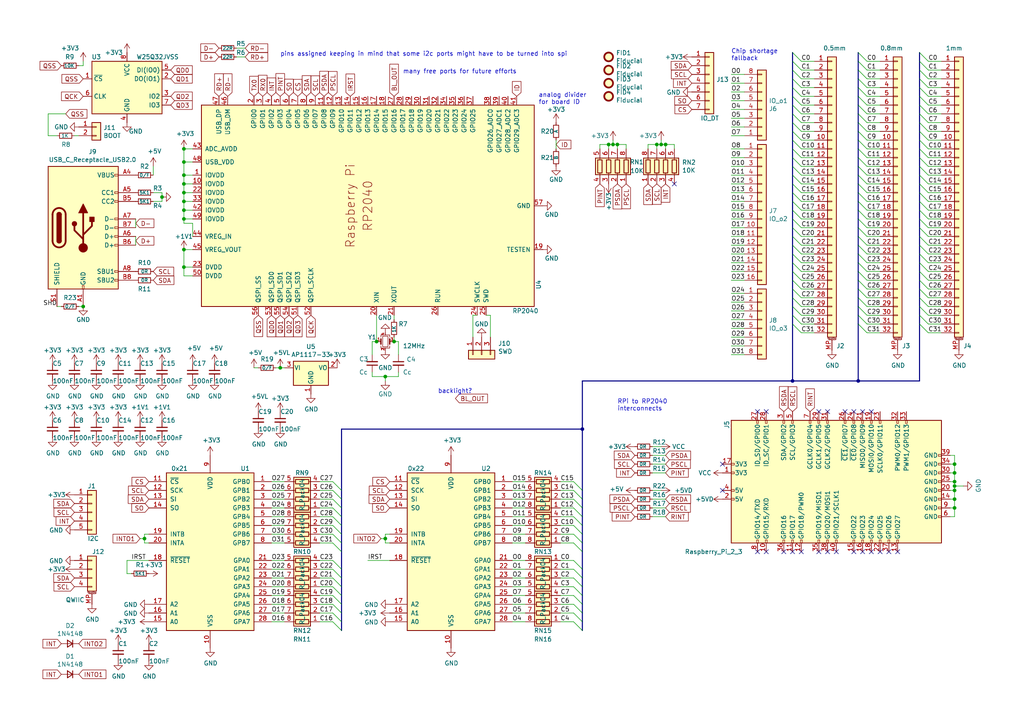
<source format=kicad_sch>
(kicad_sch (version 20211123) (generator eeschema)
  (paper "A4")
  (junction (at 81.28 106.68))
  (junction (at 53.34 72.39))
  (junction (at 190.5 41.91))
  (junction (at 179.07 41.91))
  (junction (at 53.34 46.99))
  (junction (at 229.87 110.49))
  (junction (at 177.8 41.91))
  (junction (at 276.86 134.62))
  (junction (at 53.34 60.96))
  (junction (at 53.34 77.47))
  (junction (at 276.86 137.16))
  (junction (at 111.76 109.22))
  (junction (at 248.92 110.49))
  (junction (at 109.22 99.06))
  (junction (at 46.99 57.15))
  (junction (at 191.77 41.91))
  (junction (at 53.34 53.34))
  (junction (at 176.53 41.91))
  (junction (at 276.86 147.32))
  (junction (at 53.34 63.5))
  (junction (at 276.86 139.7))
  (junction (at 276.86 142.24))
  (junction (at 24.13 88.9))
  (junction (at 53.34 58.42))
  (junction (at 168.91 124.46))
  (junction (at 53.34 55.88))
  (junction (at 53.34 43.18))
  (junction (at 111.76 156.21))
  (junction (at 114.3 99.06))
  (junction (at 276.86 140.97))
  (junction (at 53.34 50.8))
  (junction (at 193.04 41.91))
  (junction (at 41.91 156.21))
  (junction (at 276.86 144.78))
  (no_connect (at 252.73 119.38))
  (no_connect (at 219.71 119.38))
  (no_connect (at 209.55 142.24))
  (no_connect (at 237.49 160.02))
  (no_connect (at 257.81 160.02))
  (no_connect (at 195.58 53.34))
  (no_connect (at 245.11 119.38))
  (no_connect (at 227.33 160.02))
  (no_connect (at 250.19 160.02))
  (no_connect (at 252.73 160.02))
  (no_connect (at 247.65 160.02))
  (no_connect (at 222.25 160.02))
  (no_connect (at 240.03 119.38))
  (no_connect (at 250.19 119.38))
  (no_connect (at 222.25 119.38))
  (no_connect (at 219.71 160.02))
  (no_connect (at 255.27 160.02))
  (no_connect (at 229.87 160.02))
  (no_connect (at 260.35 160.02))
  (no_connect (at 232.41 160.02))
  (no_connect (at 237.49 119.38))
  (no_connect (at 240.03 160.02))
  (no_connect (at 242.57 160.02))
  (no_connect (at 209.55 134.62))
  (no_connect (at 247.65 119.38))
  (bus_entry (at 266.7 43.18) (size 2.54 2.54))
  (bus_entry (at 229.87 33.02) (size 2.54 2.54))
  (bus_entry (at 248.92 86.36) (size 2.54 2.54))
  (bus_entry (at 229.87 78.74) (size 2.54 2.54))
  (bus_entry (at 248.92 45.72) (size 2.54 2.54))
  (bus_entry (at 266.7 17.78) (size 2.54 2.54))
  (bus_entry (at 166.37 180.34) (size 2.54 2.54))
  (bus_entry (at 229.87 63.5) (size 2.54 2.54))
  (bus_entry (at 266.7 58.42) (size 2.54 2.54))
  (bus_entry (at 229.87 35.56) (size 2.54 2.54))
  (bus_entry (at 266.7 83.82) (size 2.54 2.54))
  (bus_entry (at 248.92 93.98) (size 2.54 2.54))
  (bus_entry (at 229.87 83.82) (size 2.54 2.54))
  (bus_entry (at 166.37 142.24) (size 2.54 2.54))
  (bus_entry (at 229.87 40.64) (size 2.54 2.54))
  (bus_entry (at 248.92 43.18) (size 2.54 2.54))
  (bus_entry (at 166.37 139.7) (size 2.54 2.54))
  (bus_entry (at 166.37 170.18) (size 2.54 2.54))
  (bus_entry (at 248.92 91.44) (size 2.54 2.54))
  (bus_entry (at 266.7 30.48) (size 2.54 2.54))
  (bus_entry (at 229.87 38.1) (size 2.54 2.54))
  (bus_entry (at 229.87 73.66) (size 2.54 2.54))
  (bus_entry (at 166.37 165.1) (size 2.54 2.54))
  (bus_entry (at 166.37 149.86) (size 2.54 2.54))
  (bus_entry (at 266.7 33.02) (size 2.54 2.54))
  (bus_entry (at 166.37 172.72) (size 2.54 2.54))
  (bus_entry (at 248.92 27.94) (size 2.54 2.54))
  (bus_entry (at 248.92 33.02) (size 2.54 2.54))
  (bus_entry (at 266.7 88.9) (size 2.54 2.54))
  (bus_entry (at 229.87 66.04) (size 2.54 2.54))
  (bus_entry (at 248.92 73.66) (size 2.54 2.54))
  (bus_entry (at 96.52 170.18) (size 2.54 2.54))
  (bus_entry (at 166.37 157.48) (size 2.54 2.54))
  (bus_entry (at 229.87 93.98) (size 2.54 2.54))
  (bus_entry (at 248.92 50.8) (size 2.54 2.54))
  (bus_entry (at 229.87 60.96) (size 2.54 2.54))
  (bus_entry (at 229.87 25.4) (size 2.54 2.54))
  (bus_entry (at 166.37 177.8) (size 2.54 2.54))
  (bus_entry (at 248.92 71.12) (size 2.54 2.54))
  (bus_entry (at 266.7 15.24) (size 2.54 2.54))
  (bus_entry (at 266.7 76.2) (size 2.54 2.54))
  (bus_entry (at 96.52 139.7) (size 2.54 2.54))
  (bus_entry (at 248.92 66.04) (size 2.54 2.54))
  (bus_entry (at 229.87 22.86) (size 2.54 2.54))
  (bus_entry (at 229.87 15.24) (size 2.54 2.54))
  (bus_entry (at 248.92 48.26) (size 2.54 2.54))
  (bus_entry (at 229.87 81.28) (size 2.54 2.54))
  (bus_entry (at 229.87 76.2) (size 2.54 2.54))
  (bus_entry (at 248.92 88.9) (size 2.54 2.54))
  (bus_entry (at 248.92 78.74) (size 2.54 2.54))
  (bus_entry (at 248.92 81.28) (size 2.54 2.54))
  (bus_entry (at 248.92 60.96) (size 2.54 2.54))
  (bus_entry (at 229.87 27.94) (size 2.54 2.54))
  (bus_entry (at 96.52 149.86) (size 2.54 2.54))
  (bus_entry (at 266.7 68.58) (size 2.54 2.54))
  (bus_entry (at 229.87 86.36) (size 2.54 2.54))
  (bus_entry (at 266.7 48.26) (size 2.54 2.54))
  (bus_entry (at 96.52 177.8) (size 2.54 2.54))
  (bus_entry (at 266.7 93.98) (size 2.54 2.54))
  (bus_entry (at 229.87 71.12) (size 2.54 2.54))
  (bus_entry (at 248.92 15.24) (size 2.54 2.54))
  (bus_entry (at 166.37 152.4) (size 2.54 2.54))
  (bus_entry (at 266.7 22.86) (size 2.54 2.54))
  (bus_entry (at 248.92 38.1) (size 2.54 2.54))
  (bus_entry (at 248.92 63.5) (size 2.54 2.54))
  (bus_entry (at 229.87 48.26) (size 2.54 2.54))
  (bus_entry (at 248.92 55.88) (size 2.54 2.54))
  (bus_entry (at 96.52 180.34) (size 2.54 2.54))
  (bus_entry (at 166.37 175.26) (size 2.54 2.54))
  (bus_entry (at 229.87 88.9) (size 2.54 2.54))
  (bus_entry (at 266.7 86.36) (size 2.54 2.54))
  (bus_entry (at 229.87 55.88) (size 2.54 2.54))
  (bus_entry (at 248.92 76.2) (size 2.54 2.54))
  (bus_entry (at 229.87 58.42) (size 2.54 2.54))
  (bus_entry (at 229.87 17.78) (size 2.54 2.54))
  (bus_entry (at 248.92 35.56) (size 2.54 2.54))
  (bus_entry (at 248.92 68.58) (size 2.54 2.54))
  (bus_entry (at 266.7 27.94) (size 2.54 2.54))
  (bus_entry (at 166.37 147.32) (size 2.54 2.54))
  (bus_entry (at 248.92 40.64) (size 2.54 2.54))
  (bus_entry (at 96.52 172.72) (size 2.54 2.54))
  (bus_entry (at 96.52 157.48) (size 2.54 2.54))
  (bus_entry (at 96.52 167.64) (size 2.54 2.54))
  (bus_entry (at 266.7 71.12) (size 2.54 2.54))
  (bus_entry (at 248.92 20.32) (size 2.54 2.54))
  (bus_entry (at 229.87 53.34) (size 2.54 2.54))
  (bus_entry (at 266.7 81.28) (size 2.54 2.54))
  (bus_entry (at 96.52 162.56) (size 2.54 2.54))
  (bus_entry (at 266.7 45.72) (size 2.54 2.54))
  (bus_entry (at 266.7 66.04) (size 2.54 2.54))
  (bus_entry (at 266.7 53.34) (size 2.54 2.54))
  (bus_entry (at 266.7 63.5) (size 2.54 2.54))
  (bus_entry (at 229.87 68.58) (size 2.54 2.54))
  (bus_entry (at 266.7 20.32) (size 2.54 2.54))
  (bus_entry (at 248.92 53.34) (size 2.54 2.54))
  (bus_entry (at 166.37 154.94) (size 2.54 2.54))
  (bus_entry (at 96.52 175.26) (size 2.54 2.54))
  (bus_entry (at 229.87 91.44) (size 2.54 2.54))
  (bus_entry (at 229.87 30.48) (size 2.54 2.54))
  (bus_entry (at 266.7 40.64) (size 2.54 2.54))
  (bus_entry (at 96.52 147.32) (size 2.54 2.54))
  (bus_entry (at 166.37 144.78) (size 2.54 2.54))
  (bus_entry (at 248.92 22.86) (size 2.54 2.54))
  (bus_entry (at 248.92 83.82) (size 2.54 2.54))
  (bus_entry (at 229.87 45.72) (size 2.54 2.54))
  (bus_entry (at 96.52 142.24) (size 2.54 2.54))
  (bus_entry (at 229.87 20.32) (size 2.54 2.54))
  (bus_entry (at 266.7 38.1) (size 2.54 2.54))
  (bus_entry (at 166.37 167.64) (size 2.54 2.54))
  (bus_entry (at 166.37 162.56) (size 2.54 2.54))
  (bus_entry (at 229.87 43.18) (size 2.54 2.54))
  (bus_entry (at 96.52 154.94) (size 2.54 2.54))
  (bus_entry (at 266.7 50.8) (size 2.54 2.54))
  (bus_entry (at 266.7 91.44) (size 2.54 2.54))
  (bus_entry (at 266.7 60.96) (size 2.54 2.54))
  (bus_entry (at 248.92 58.42) (size 2.54 2.54))
  (bus_entry (at 266.7 78.74) (size 2.54 2.54))
  (bus_entry (at 96.52 152.4) (size 2.54 2.54))
  (bus_entry (at 248.92 25.4) (size 2.54 2.54))
  (bus_entry (at 96.52 144.78) (size 2.54 2.54))
  (bus_entry (at 266.7 55.88) (size 2.54 2.54))
  (bus_entry (at 266.7 73.66) (size 2.54 2.54))
  (bus_entry (at 96.52 165.1) (size 2.54 2.54))
  (bus_entry (at 266.7 25.4) (size 2.54 2.54))
  (bus_entry (at 229.87 50.8) (size 2.54 2.54))
  (bus_entry (at 266.7 35.56) (size 2.54 2.54))
  (bus_entry (at 248.92 30.48) (size 2.54 2.54))
  (bus_entry (at 248.92 17.78) (size 2.54 2.54))
  (wire (pts (xy 276.86 139.7) (xy 276.86 137.16)))
  (wire (pts (xy 232.41 91.44) (xy 236.22 91.44)))
  (bus (pts (xy 266.7 91.44) (xy 266.7 93.98)))
  (wire (pts (xy 273.05 45.72) (xy 269.24 45.72)))
  (wire (pts (xy 53.34 63.5) (xy 53.34 60.96)))
  (wire (pts (xy 36.83 166.37) (xy 38.1 166.37)))
  (bus (pts (xy 99.06 149.86) (xy 99.06 152.4)))
  (bus (pts (xy 168.91 170.18) (xy 168.91 172.72)))
  (bus (pts (xy 266.7 86.36) (xy 266.7 88.9)))
  (bus (pts (xy 248.92 81.28) (xy 248.92 83.82)))
  (wire (pts (xy 189.23 134.62) (xy 193.04 134.62)))
  (wire (pts (xy 78.74 152.4) (xy 82.55 152.4)))
  (wire (pts (xy 189.23 147.32) (xy 193.04 147.32)))
  (wire (pts (xy 255.27 78.74) (xy 251.46 78.74)))
  (wire (pts (xy 276.86 147.32) (xy 276.86 144.78)))
  (wire (pts (xy 16.51 39.37) (xy 13.97 39.37)))
  (wire (pts (xy 137.16 97.79) (xy 137.16 91.44)))
  (wire (pts (xy 142.24 91.44) (xy 142.24 97.79)))
  (wire (pts (xy 162.56 167.64) (xy 166.37 167.64)))
  (bus (pts (xy 248.92 35.56) (xy 248.92 38.1)))
  (wire (pts (xy 212.09 34.29) (xy 215.9 34.29)))
  (bus (pts (xy 229.87 58.42) (xy 229.87 60.96)))
  (bus (pts (xy 266.7 38.1) (xy 266.7 40.64)))
  (wire (pts (xy 55.88 53.34) (xy 53.34 53.34)))
  (wire (pts (xy 78.74 172.72) (xy 82.55 172.72)))
  (wire (pts (xy 269.24 48.26) (xy 273.05 48.26)))
  (bus (pts (xy 168.91 160.02) (xy 168.91 165.1)))
  (bus (pts (xy 248.92 30.48) (xy 248.92 33.02)))
  (wire (pts (xy 107.95 102.87) (xy 107.95 99.06)))
  (wire (pts (xy 273.05 73.66) (xy 269.24 73.66)))
  (bus (pts (xy 229.87 78.74) (xy 229.87 81.28)))
  (bus (pts (xy 248.92 58.42) (xy 248.92 60.96)))
  (bus (pts (xy 248.92 17.78) (xy 248.92 20.32)))
  (wire (pts (xy 273.05 66.04) (xy 269.24 66.04)))
  (wire (pts (xy 212.09 66.04) (xy 215.9 66.04)))
  (wire (pts (xy 251.46 22.86) (xy 255.27 22.86)))
  (bus (pts (xy 266.7 66.04) (xy 266.7 68.58)))
  (wire (pts (xy 41.91 156.21) (xy 41.91 154.94)))
  (wire (pts (xy 255.27 55.88) (xy 251.46 55.88)))
  (wire (pts (xy 212.09 39.37) (xy 215.9 39.37)))
  (bus (pts (xy 229.87 17.78) (xy 229.87 20.32)))
  (bus (pts (xy 248.92 53.34) (xy 248.92 55.88)))
  (bus (pts (xy 168.91 180.34) (xy 168.91 182.88)))
  (bus (pts (xy 168.91 124.46) (xy 99.06 124.46)))
  (bus (pts (xy 266.7 33.02) (xy 266.7 35.56)))
  (wire (pts (xy 173.99 41.91) (xy 176.53 41.91)))
  (bus (pts (xy 248.92 110.49) (xy 229.87 110.49)))
  (bus (pts (xy 229.87 93.98) (xy 229.87 110.49)))
  (wire (pts (xy 269.24 63.5) (xy 273.05 63.5)))
  (wire (pts (xy 212.09 71.12) (xy 215.9 71.12)))
  (wire (pts (xy 255.27 30.48) (xy 251.46 30.48)))
  (bus (pts (xy 266.7 83.82) (xy 266.7 86.36)))
  (bus (pts (xy 229.87 15.24) (xy 229.87 17.78)))
  (bus (pts (xy 99.06 180.34) (xy 99.06 182.88)))
  (wire (pts (xy 161.29 40.64) (xy 161.29 43.18)))
  (bus (pts (xy 99.06 124.46) (xy 99.06 142.24)))
  (wire (pts (xy 275.59 139.7) (xy 276.86 139.7)))
  (wire (pts (xy 212.09 73.66) (xy 215.9 73.66)))
  (wire (pts (xy 276.86 142.24) (xy 276.86 140.97)))
  (wire (pts (xy 152.4 175.26) (xy 148.59 175.26)))
  (bus (pts (xy 229.87 48.26) (xy 229.87 50.8)))
  (wire (pts (xy 92.71 139.7) (xy 96.52 139.7)))
  (wire (pts (xy 232.41 96.52) (xy 236.22 96.52)))
  (bus (pts (xy 229.87 43.18) (xy 229.87 45.72)))
  (wire (pts (xy 269.24 53.34) (xy 273.05 53.34)))
  (wire (pts (xy 212.09 45.72) (xy 215.9 45.72)))
  (wire (pts (xy 41.91 154.94) (xy 43.18 154.94)))
  (bus (pts (xy 248.92 38.1) (xy 248.92 40.64)))
  (bus (pts (xy 168.91 172.72) (xy 168.91 175.26)))
  (wire (pts (xy 166.37 165.1) (xy 162.56 165.1)))
  (wire (pts (xy 36.83 162.56) (xy 36.83 166.37)))
  (bus (pts (xy 248.92 86.36) (xy 248.92 88.9)))
  (bus (pts (xy 99.06 177.8) (xy 99.06 180.34)))
  (wire (pts (xy 215.9 63.5) (xy 212.09 63.5)))
  (wire (pts (xy 107.95 109.22) (xy 111.76 109.22)))
  (bus (pts (xy 266.7 20.32) (xy 266.7 22.86)))
  (bus (pts (xy 266.7 110.49) (xy 248.92 110.49)))
  (wire (pts (xy 166.37 144.78) (xy 162.56 144.78)))
  (wire (pts (xy 236.22 55.88) (xy 232.41 55.88)))
  (wire (pts (xy 215.9 29.21) (xy 212.09 29.21)))
  (bus (pts (xy 168.91 149.86) (xy 168.91 152.4)))
  (wire (pts (xy 53.34 60.96) (xy 53.34 58.42)))
  (wire (pts (xy 273.05 83.82) (xy 269.24 83.82)))
  (bus (pts (xy 229.87 20.32) (xy 229.87 22.86)))
  (wire (pts (xy 96.52 162.56) (xy 92.71 162.56)))
  (bus (pts (xy 168.91 154.94) (xy 168.91 157.48)))
  (wire (pts (xy 39.37 63.5) (xy 39.37 66.04)))
  (wire (pts (xy 276.86 140.97) (xy 276.86 139.7)))
  (wire (pts (xy 273.05 40.64) (xy 269.24 40.64)))
  (wire (pts (xy 113.03 154.94) (xy 111.76 154.94)))
  (wire (pts (xy 82.55 142.24) (xy 78.74 142.24)))
  (wire (pts (xy 191.77 129.54) (xy 189.23 129.54)))
  (wire (pts (xy 251.46 27.94) (xy 255.27 27.94)))
  (wire (pts (xy 162.56 154.94) (xy 166.37 154.94)))
  (bus (pts (xy 229.87 35.56) (xy 229.87 38.1)))
  (wire (pts (xy 251.46 58.42) (xy 255.27 58.42)))
  (wire (pts (xy 55.88 46.99) (xy 53.34 46.99)))
  (bus (pts (xy 168.91 110.49) (xy 168.91 124.46)))
  (bus (pts (xy 229.87 60.96) (xy 229.87 63.5)))
  (wire (pts (xy 111.76 109.22) (xy 115.57 109.22)))
  (bus (pts (xy 266.7 81.28) (xy 266.7 83.82)))
  (wire (pts (xy 255.27 73.66) (xy 251.46 73.66)))
  (wire (pts (xy 255.27 35.56) (xy 251.46 35.56)))
  (wire (pts (xy 44.45 58.42) (xy 46.99 58.42)))
  (bus (pts (xy 248.92 27.94) (xy 248.92 30.48)))
  (wire (pts (xy 43.18 162.56) (xy 36.83 162.56)))
  (wire (pts (xy 255.27 71.12) (xy 251.46 71.12)))
  (wire (pts (xy 251.46 43.18) (xy 255.27 43.18)))
  (wire (pts (xy 255.27 45.72) (xy 251.46 45.72)))
  (bus (pts (xy 248.92 78.74) (xy 248.92 81.28)))
  (wire (pts (xy 236.22 78.74) (xy 232.41 78.74)))
  (bus (pts (xy 229.87 38.1) (xy 229.87 40.64)))
  (wire (pts (xy 78.74 157.48) (xy 82.55 157.48)))
  (bus (pts (xy 266.7 35.56) (xy 266.7 38.1)))
  (bus (pts (xy 99.06 160.02) (xy 99.06 165.1)))
  (wire (pts (xy 275.59 149.86) (xy 276.86 149.86)))
  (wire (pts (xy 232.41 86.36) (xy 236.22 86.36)))
  (wire (pts (xy 109.22 91.44) (xy 109.22 99.06)))
  (wire (pts (xy 110.49 156.21) (xy 111.76 156.21)))
  (wire (pts (xy 173.99 43.18) (xy 173.99 41.91)))
  (wire (pts (xy 78.74 144.78) (xy 82.55 144.78)))
  (wire (pts (xy 232.41 58.42) (xy 236.22 58.42)))
  (wire (pts (xy 140.97 91.44) (xy 142.24 91.44)))
  (bus (pts (xy 99.06 175.26) (xy 99.06 177.8)))
  (wire (pts (xy 114.3 99.06) (xy 114.3 97.79)))
  (wire (pts (xy 53.34 55.88) (xy 55.88 55.88)))
  (wire (pts (xy 236.22 66.04) (xy 232.41 66.04)))
  (wire (pts (xy 276.86 137.16) (xy 276.86 134.62)))
  (wire (pts (xy 269.24 17.78) (xy 273.05 17.78)))
  (wire (pts (xy 215.9 90.17) (xy 212.09 90.17)))
  (wire (pts (xy 269.24 81.28) (xy 273.05 81.28)))
  (bus (pts (xy 266.7 22.86) (xy 266.7 25.4)))
  (wire (pts (xy 189.23 137.16) (xy 193.04 137.16)))
  (wire (pts (xy 96.52 142.24) (xy 92.71 142.24)))
  (bus (pts (xy 229.87 81.28) (xy 229.87 83.82)))
  (bus (pts (xy 229.87 55.88) (xy 229.87 58.42)))
  (wire (pts (xy 166.37 157.48) (xy 162.56 157.48)))
  (wire (pts (xy 53.34 43.18) (xy 55.88 43.18)))
  (wire (pts (xy 176.53 41.91) (xy 177.8 41.91)))
  (wire (pts (xy 273.05 30.48) (xy 269.24 30.48)))
  (wire (pts (xy 55.88 60.96) (xy 53.34 60.96)))
  (wire (pts (xy 212.09 78.74) (xy 215.9 78.74)))
  (wire (pts (xy 162.56 177.8) (xy 166.37 177.8)))
  (wire (pts (xy 273.05 60.96) (xy 269.24 60.96)))
  (wire (pts (xy 215.9 100.33) (xy 212.09 100.33)))
  (bus (pts (xy 229.87 66.04) (xy 229.87 68.58)))
  (wire (pts (xy 255.27 93.98) (xy 251.46 93.98)))
  (wire (pts (xy 68.58 16.51) (xy 71.12 16.51)))
  (bus (pts (xy 248.92 50.8) (xy 248.92 53.34)))
  (bus (pts (xy 99.06 144.78) (xy 99.06 147.32)))
  (wire (pts (xy 114.3 92.71) (xy 114.3 91.44)))
  (bus (pts (xy 168.91 124.46) (xy 168.91 142.24)))
  (wire (pts (xy 212.09 50.8) (xy 215.9 50.8)))
  (bus (pts (xy 168.91 177.8) (xy 168.91 180.34)))
  (bus (pts (xy 266.7 93.98) (xy 266.7 110.49)))
  (bus (pts (xy 266.7 71.12) (xy 266.7 73.66)))
  (wire (pts (xy 269.24 22.86) (xy 273.05 22.86)))
  (bus (pts (xy 99.06 157.48) (xy 99.06 160.02)))
  (wire (pts (xy 212.09 26.67) (xy 215.9 26.67)))
  (wire (pts (xy 78.74 165.1) (xy 82.55 165.1)))
  (wire (pts (xy 166.37 180.34) (xy 162.56 180.34)))
  (wire (pts (xy 148.59 149.86) (xy 152.4 149.86)))
  (bus (pts (xy 229.87 45.72) (xy 229.87 48.26)))
  (bus (pts (xy 229.87 33.02) (xy 229.87 35.56)))
  (bus (pts (xy 266.7 60.96) (xy 266.7 63.5)))
  (bus (pts (xy 229.87 63.5) (xy 229.87 66.04)))
  (wire (pts (xy 16.51 88.9) (xy 17.78 88.9)))
  (wire (pts (xy 255.27 88.9) (xy 251.46 88.9)))
  (wire (pts (xy 236.22 88.9) (xy 232.41 88.9)))
  (wire (pts (xy 236.22 50.8) (xy 232.41 50.8)))
  (wire (pts (xy 212.09 21.59) (xy 215.9 21.59)))
  (wire (pts (xy 55.88 64.77) (xy 53.34 64.77)))
  (wire (pts (xy 191.77 41.91) (xy 191.77 40.64)))
  (wire (pts (xy 215.9 48.26) (xy 212.09 48.26)))
  (wire (pts (xy 92.71 149.86) (xy 96.52 149.86)))
  (wire (pts (xy 269.24 33.02) (xy 273.05 33.02)))
  (wire (pts (xy 269.24 91.44) (xy 273.05 91.44)))
  (wire (pts (xy 187.96 43.18) (xy 187.96 41.91)))
  (bus (pts (xy 229.87 30.48) (xy 229.87 33.02)))
  (wire (pts (xy 44.45 48.26) (xy 44.45 50.8)))
  (bus (pts (xy 266.7 78.74) (xy 266.7 81.28)))
  (bus (pts (xy 266.7 68.58) (xy 266.7 71.12)))
  (wire (pts (xy 55.88 63.5) (xy 53.34 63.5)))
  (wire (pts (xy 255.27 25.4) (xy 251.46 25.4)))
  (wire (pts (xy 273.05 35.56) (xy 269.24 35.56)))
  (bus (pts (xy 229.87 83.82) (xy 229.87 86.36)))
  (wire (pts (xy 232.41 53.34) (xy 236.22 53.34)))
  (wire (pts (xy 251.46 96.52) (xy 255.27 96.52)))
  (wire (pts (xy 190.5 41.91) (xy 190.5 43.18)))
  (wire (pts (xy 148.59 172.72) (xy 152.4 172.72)))
  (wire (pts (xy 148.59 177.8) (xy 152.4 177.8)))
  (bus (pts (xy 248.92 20.32) (xy 248.92 22.86)))
  (wire (pts (xy 115.57 102.87) (xy 115.57 99.06)))
  (wire (pts (xy 191.77 142.24) (xy 189.23 142.24)))
  (bus (pts (xy 248.92 68.58) (xy 248.92 71.12)))
  (wire (pts (xy 152.4 144.78) (xy 148.59 144.78)))
  (wire (pts (xy 162.56 172.72) (xy 166.37 172.72)))
  (wire (pts (xy 191.77 41.91) (xy 193.04 41.91)))
  (wire (pts (xy 78.74 139.7) (xy 82.55 139.7)))
  (wire (pts (xy 92.71 157.48) (xy 96.52 157.48)))
  (wire (pts (xy 179.07 41.91) (xy 181.61 41.91)))
  (wire (pts (xy 193.04 41.91) (xy 193.04 43.18)))
  (wire (pts (xy 232.41 22.86) (xy 236.22 22.86)))
  (wire (pts (xy 236.22 83.82) (xy 232.41 83.82)))
  (bus (pts (xy 266.7 50.8) (xy 266.7 53.34)))
  (bus (pts (xy 168.91 165.1) (xy 168.91 167.64)))
  (bus (pts (xy 266.7 40.64) (xy 266.7 43.18)))
  (wire (pts (xy 251.46 63.5) (xy 255.27 63.5)))
  (wire (pts (xy 22.86 88.9) (xy 24.13 88.9)))
  (wire (pts (xy 181.61 41.91) (xy 181.61 43.18)))
  (wire (pts (xy 166.37 139.7) (xy 162.56 139.7)))
  (wire (pts (xy 251.46 17.78) (xy 255.27 17.78)))
  (wire (pts (xy 232.41 17.78) (xy 236.22 17.78)))
  (bus (pts (xy 266.7 27.94) (xy 266.7 30.48)))
  (wire (pts (xy 44.45 55.88) (xy 46.99 55.88)))
  (wire (pts (xy 232.41 81.28) (xy 236.22 81.28)))
  (wire (pts (xy 236.22 45.72) (xy 232.41 45.72)))
  (wire (pts (xy 189.23 144.78) (xy 193.04 144.78)))
  (wire (pts (xy 24.13 19.05) (xy 24.13 17.78)))
  (wire (pts (xy 166.37 170.18) (xy 162.56 170.18)))
  (wire (pts (xy 22.86 19.05) (xy 24.13 19.05)))
  (bus (pts (xy 229.87 71.12) (xy 229.87 73.66)))
  (wire (pts (xy 53.34 72.39) (xy 53.34 77.47)))
  (wire (pts (xy 212.09 53.34) (xy 215.9 53.34)))
  (wire (pts (xy 13.97 39.37) (xy 13.97 33.02)))
  (bus (pts (xy 168.91 157.48) (xy 168.91 160.02)))
  (wire (pts (xy 232.41 43.18) (xy 236.22 43.18)))
  (bus (pts (xy 248.92 55.88) (xy 248.92 58.42)))
  (wire (pts (xy 276.86 144.78) (xy 276.86 142.24)))
  (wire (pts (xy 232.41 68.58) (xy 236.22 68.58)))
  (wire (pts (xy 82.55 154.94) (xy 78.74 154.94)))
  (wire (pts (xy 215.9 60.96) (xy 212.09 60.96)))
  (wire (pts (xy 96.52 154.94) (xy 92.71 154.94)))
  (wire (pts (xy 113.03 162.56) (xy 106.68 162.56)))
  (wire (pts (xy 80.01 106.68) (xy 81.28 106.68)))
  (wire (pts (xy 92.71 177.8) (xy 96.52 177.8)))
  (wire (pts (xy 269.24 58.42) (xy 273.05 58.42)))
  (wire (pts (xy 232.41 63.5) (xy 236.22 63.5)))
  (wire (pts (xy 53.34 50.8) (xy 55.88 50.8)))
  (wire (pts (xy 187.96 41.91) (xy 190.5 41.91)))
  (bus (pts (xy 99.06 167.64) (xy 99.06 170.18)))
  (bus (pts (xy 229.87 91.44) (xy 229.87 93.98)))
  (wire (pts (xy 111.76 156.21) (xy 111.76 157.48)))
  (wire (pts (xy 55.88 72.39) (xy 53.34 72.39)))
  (wire (pts (xy 81.28 106.68) (xy 82.55 106.68)))
  (wire (pts (xy 111.76 110.49) (xy 111.76 109.22)))
  (bus (pts (xy 229.87 88.9) (xy 229.87 91.44)))
  (bus (pts (xy 266.7 76.2) (xy 266.7 78.74)))
  (wire (pts (xy 255.27 60.96) (xy 251.46 60.96)))
  (wire (pts (xy 193.04 41.91) (xy 195.58 41.91)))
  (wire (pts (xy 162.56 162.56) (xy 166.37 162.56)))
  (bus (pts (xy 229.87 22.86) (xy 229.87 25.4)))
  (wire (pts (xy 115.57 109.22) (xy 115.57 107.95)))
  (bus (pts (xy 266.7 58.42) (xy 266.7 60.96)))
  (bus (pts (xy 266.7 15.24) (xy 266.7 17.78)))
  (bus (pts (xy 248.92 48.26) (xy 248.92 50.8)))
  (wire (pts (xy 53.34 55.88) (xy 53.34 53.34)))
  (wire (pts (xy 148.59 154.94) (xy 152.4 154.94)))
  (wire (pts (xy 232.41 76.2) (xy 236.22 76.2)))
  (wire (pts (xy 162.56 147.32) (xy 166.37 147.32)))
  (wire (pts (xy 269.24 38.1) (xy 273.05 38.1)))
  (bus (pts (xy 229.87 27.94) (xy 229.87 30.48)))
  (wire (pts (xy 251.46 48.26) (xy 255.27 48.26)))
  (wire (pts (xy 82.55 162.56) (xy 78.74 162.56)))
  (bus (pts (xy 99.06 142.24) (xy 99.06 144.78)))
  (wire (pts (xy 236.22 25.4) (xy 232.41 25.4)))
  (bus (pts (xy 248.92 88.9) (xy 248.92 91.44)))
  (bus (pts (xy 248.92 25.4) (xy 248.92 27.94)))
  (wire (pts (xy 236.22 20.32) (xy 232.41 20.32)))
  (wire (pts (xy 162.56 142.24) (xy 166.37 142.24)))
  (wire (pts (xy 215.9 24.13) (xy 212.09 24.13)))
  (bus (pts (xy 229.87 73.66) (xy 229.87 76.2)))
  (wire (pts (xy 251.46 91.44) (xy 255.27 91.44)))
  (wire (pts (xy 111.76 157.48) (xy 113.03 157.48)))
  (wire (pts (xy 251.46 53.34) (xy 255.27 53.34)))
  (wire (pts (xy 53.34 80.01) (xy 55.88 80.01)))
  (wire (pts (xy 275.59 134.62) (xy 276.86 134.62)))
  (wire (pts (xy 96.52 175.26) (xy 92.71 175.26)))
  (wire (pts (xy 273.05 25.4) (xy 269.24 25.4)))
  (wire (pts (xy 212.09 102.87) (xy 215.9 102.87)))
  (bus (pts (xy 248.92 66.04) (xy 248.92 68.58)))
  (bus (pts (xy 168.91 152.4) (xy 168.91 154.94)))
  (wire (pts (xy 40.64 156.21) (xy 41.91 156.21)))
  (wire (pts (xy 215.9 31.75) (xy 212.09 31.75)))
  (wire (pts (xy 251.46 33.02) (xy 255.27 33.02)))
  (bus (pts (xy 229.87 110.49) (xy 168.91 110.49)))
  (wire (pts (xy 212.09 58.42) (xy 215.9 58.42)))
  (bus (pts (xy 248.92 73.66) (xy 248.92 76.2)))
  (bus (pts (xy 229.87 86.36) (xy 229.87 88.9)))
  (wire (pts (xy 55.88 58.42) (xy 53.34 58.42)))
  (wire (pts (xy 236.22 73.66) (xy 232.41 73.66)))
  (wire (pts (xy 148.59 162.56) (xy 152.4 162.56)))
  (wire (pts (xy 148.59 147.32) (xy 152.4 147.32)))
  (bus (pts (xy 229.87 50.8) (xy 229.87 53.34)))
  (wire (pts (xy 13.97 33.02) (xy 19.05 33.02)))
  (wire (pts (xy 232.41 33.02) (xy 236.22 33.02)))
  (wire (pts (xy 236.22 93.98) (xy 232.41 93.98)))
  (wire (pts (xy 251.46 86.36) (xy 255.27 86.36)))
  (wire (pts (xy 92.71 152.4) (xy 96.52 152.4)))
  (wire (pts (xy 71.12 13.97) (xy 68.58 13.97)))
  (wire (pts (xy 55.88 68.58) (xy 55.88 64.77)))
  (wire (pts (xy 273.05 71.12) (xy 269.24 71.12)))
  (wire (pts (xy 96.52 180.34) (xy 92.71 180.34)))
  (wire (pts (xy 255.27 50.8) (xy 251.46 50.8)))
  (bus (pts (xy 99.06 172.72) (xy 99.06 175.26)))
  (wire (pts (xy 255.27 40.64) (xy 251.46 40.64)))
  (wire (pts (xy 137.16 91.44) (xy 138.43 91.44)))
  (wire (pts (xy 21.59 39.37) (xy 22.86 39.37)))
  (wire (pts (xy 273.05 93.98) (xy 269.24 93.98)))
  (bus (pts (xy 248.92 83.82) (xy 248.92 86.36)))
  (wire (pts (xy 269.24 27.94) (xy 273.05 27.94)))
  (wire (pts (xy 273.05 55.88) (xy 269.24 55.88)))
  (wire (pts (xy 55.88 77.47) (xy 53.34 77.47)))
  (bus (pts (xy 266.7 45.72) (xy 266.7 48.26)))
  (wire (pts (xy 215.9 68.58) (xy 212.09 68.58)))
  (bus (pts (xy 266.7 73.66) (xy 266.7 76.2)))
  (wire (pts (xy 152.4 165.1) (xy 148.59 165.1)))
  (wire (pts (xy 269.24 86.36) (xy 273.05 86.36)))
  (wire (pts (xy 212.09 97.79) (xy 215.9 97.79)))
  (wire (pts (xy 269.24 96.52) (xy 273.05 96.52)))
  (wire (pts (xy 276.86 132.08) (xy 275.59 132.08)))
  (wire (pts (xy 53.34 64.77) (xy 53.34 63.5)))
  (wire (pts (xy 195.58 41.91) (xy 195.58 43.18)))
  (wire (pts (xy 275.59 147.32) (xy 276.86 147.32)))
  (bus (pts (xy 248.92 63.5) (xy 248.92 66.04)))
  (wire (pts (xy 190.5 41.91) (xy 191.77 41.91)))
  (wire (pts (xy 78.74 170.18) (xy 82.55 170.18)))
  (bus (pts (xy 99.06 147.32) (xy 99.06 149.86)))
  (bus (pts (xy 266.7 53.34) (xy 266.7 55.88)))
  (wire (pts (xy 115.57 99.06) (xy 114.3 99.06)))
  (wire (pts (xy 236.22 30.48) (xy 232.41 30.48)))
  (wire (pts (xy 215.9 43.18) (xy 212.09 43.18)))
  (wire (pts (xy 78.74 149.86) (xy 82.55 149.86)))
  (wire (pts (xy 189.23 149.86) (xy 193.04 149.86)))
  (bus (pts (xy 266.7 30.48) (xy 266.7 33.02)))
  (wire (pts (xy 255.27 66.04) (xy 251.46 66.04)))
  (wire (pts (xy 92.71 170.18) (xy 96.52 170.18)))
  (wire (pts (xy 251.46 81.28) (xy 255.27 81.28)))
  (bus (pts (xy 229.87 53.34) (xy 229.87 55.88)))
  (wire (pts (xy 273.05 78.74) (xy 269.24 78.74)))
  (wire (pts (xy 166.37 152.4) (xy 162.56 152.4)))
  (bus (pts (xy 248.92 91.44) (xy 248.92 93.98)))
  (wire (pts (xy 96.52 167.64) (xy 92.71 167.64)))
  (wire (pts (xy 279.4 140.97) (xy 276.86 140.97)))
  (wire (pts (xy 269.24 76.2) (xy 273.05 76.2)))
  (wire (pts (xy 152.4 180.34) (xy 148.59 180.34)))
  (wire (pts (xy 107.95 107.95) (xy 107.95 109.22)))
  (wire (pts (xy 96.52 147.32) (xy 92.71 147.32)))
  (bus (pts (xy 266.7 17.78) (xy 266.7 20.32)))
  (wire (pts (xy 269.24 43.18) (xy 273.05 43.18)))
  (wire (pts (xy 53.34 46.99) (xy 53.34 43.18)))
  (wire (pts (xy 152.4 170.18) (xy 148.59 170.18)))
  (bus (pts (xy 266.7 43.18) (xy 266.7 45.72)))
  (bus (pts (xy 266.7 88.9) (xy 266.7 91.44)))
  (bus (pts (xy 248.92 33.02) (xy 248.92 35.56)))
  (bus (pts (xy 248.92 93.98) (xy 248.92 110.49)))
  (wire (pts (xy 162.56 149.86) (xy 166.37 149.86)))
  (bus (pts (xy 248.92 71.12) (xy 248.92 73.66)))
  (bus (pts (xy 168.91 142.24) (xy 168.91 144.78)))
  (bus (pts (xy 168.91 167.64) (xy 168.91 170.18)))
  (wire (pts (xy 53.34 53.34) (xy 53.34 50.8)))
  (bus (pts (xy 266.7 48.26) (xy 266.7 50.8)))
  (bus (pts (xy 168.91 147.32) (xy 168.91 149.86)))
  (wire (pts (xy 273.05 20.32) (xy 269.24 20.32)))
  (wire (pts (xy 46.99 58.42) (xy 46.99 57.15)))
  (bus (pts (xy 229.87 76.2) (xy 229.87 78.74)))
  (wire (pts (xy 275.59 137.16) (xy 276.86 137.16)))
  (wire (pts (xy 255.27 83.82) (xy 251.46 83.82)))
  (wire (pts (xy 107.95 99.06) (xy 109.22 99.06)))
  (wire (pts (xy 53.34 77.47) (xy 53.34 80.01)))
  (wire (pts (xy 148.59 142.24) (xy 152.4 142.24)))
  (wire (pts (xy 215.9 76.2) (xy 212.09 76.2)))
  (wire (pts (xy 92.71 165.1) (xy 96.52 165.1)))
  (bus (pts (xy 99.06 170.18) (xy 99.06 172.72)))
  (wire (pts (xy 236.22 71.12) (xy 232.41 71.12)))
  (wire (pts (xy 275.59 144.78) (xy 276.86 144.78)))
  (wire (pts (xy 215.9 81.28) (xy 212.09 81.28)))
  (wire (pts (xy 255.27 20.32) (xy 251.46 20.32)))
  (bus (pts (xy 229.87 25.4) (xy 229.87 27.94)))
  (wire (pts (xy 152.4 152.4) (xy 148.59 152.4)))
  (wire (pts (xy 212.09 95.25) (xy 215.9 95.25)))
  (bus (pts (xy 248.92 15.24) (xy 248.92 17.78)))
  (wire (pts (xy 152.4 157.48) (xy 148.59 157.48)))
  (bus (pts (xy 248.92 45.72) (xy 248.92 48.26)))
  (wire (pts (xy 166.37 175.26) (xy 162.56 175.26)))
  (wire (pts (xy 179.07 41.91) (xy 179.07 43.18)))
  (wire (pts (xy 215.9 36.83) (xy 212.09 36.83)))
  (wire (pts (xy 152.4 139.7) (xy 148.59 139.7)))
  (wire (pts (xy 176.53 41.91) (xy 176.53 43.18)))
  (wire (pts (xy 212.09 87.63) (xy 215.9 87.63)))
  (wire (pts (xy 232.41 38.1) (xy 236.22 38.1)))
  (wire (pts (xy 236.22 40.64) (xy 232.41 40.64)))
  (bus (pts (xy 266.7 25.4) (xy 266.7 27.94)))
  (bus (pts (xy 248.92 60.96) (xy 248.92 63.5)))
  (wire (pts (xy 82.55 167.64) (xy 78.74 167.64)))
  (wire (pts (xy 41.91 156.21) (xy 41.91 157.48)))
  (bus (pts (xy 168.91 175.26) (xy 168.91 177.8)))
  (bus (pts (xy 266.7 63.5) (xy 266.7 66.04)))
  (wire (pts (xy 251.46 68.58) (xy 255.27 68.58)))
  (wire (pts (xy 111.76 154.94) (xy 111.76 156.21)))
  (wire (pts (xy 53.34 58.42) (xy 53.34 55.88)))
  (bus (pts (xy 266.7 55.88) (xy 266.7 58.42)))
  (wire (pts (xy 53.34 50.8) (xy 53.34 46.99)))
  (wire (pts (xy 236.22 35.56) (xy 232.41 35.56)))
  (wire (pts (xy 41.91 157.48) (xy 43.18 157.48)))
  (wire (pts (xy 236.22 60.96) (xy 232.41 60.96)))
  (wire (pts (xy 276.86 149.86) (xy 276.86 147.32)))
  (wire (pts (xy 74.93 106.68) (xy 73.66 106.68)))
  (wire (pts (xy 82.55 147.32) (xy 78.74 147.32)))
  (wire (pts (xy 177.8 41.91) (xy 179.07 41.91)))
  (wire (pts (xy 232.41 27.94) (xy 236.22 27.94)))
  (wire (pts (xy 275.59 142.24) (xy 276.86 142.24)))
  (wire (pts (xy 92.71 172.72) (xy 96.52 172.72)))
  (bus (pts (xy 248.92 76.2) (xy 248.92 78.74)))
  (wire (pts (xy 215.9 55.88) (xy 212.09 55.88)))
  (bus (pts (xy 168.91 144.78) (xy 168.91 147.32)))
  (wire (pts (xy 251.46 76.2) (xy 255.27 76.2)))
  (wire (pts (xy 92.71 144.78) (xy 96.52 144.78)))
  (bus (pts (xy 229.87 40.64) (xy 229.87 43.18)))
  (bus (pts (xy 248.92 40.64) (xy 248.92 43.18)))
  (wire (pts (xy 82.55 175.26) (xy 78.74 175.26)))
  (wire (pts (xy 276.86 134.62) (xy 276.86 132.08)))
  (bus (pts (xy 99.06 165.1) (xy 99.06 167.64)))
  (bus (pts (xy 248.92 22.86) (xy 248.92 25.4)))
  (wire (pts (xy 148.59 167.64) (xy 152.4 167.64)))
  (wire (pts (xy 189.23 132.08) (xy 193.04 132.08)))
  (wire (pts (xy 251.46 38.1) (xy 255.27 38.1)))
  (bus (pts (xy 99.06 154.94) (xy 99.06 157.48)))
  (wire (pts (xy 232.41 48.26) (xy 236.22 48.26)))
  (wire (pts (xy 39.37 68.58) (xy 39.37 71.12)))
  (wire (pts (xy 215.9 85.09) (xy 212.09 85.09)))
  (wire (pts (xy 78.74 177.8) (xy 82.55 177.8)))
  (wire (pts (xy 212.09 92.71) (xy 215.9 92.71)))
  (wire (pts (xy 273.05 88.9) (xy 269.24 88.9)))
  (wire (pts (xy 46.99 55.88) (xy 46.99 57.15)))
  (wire (pts (xy 269.24 68.58) (xy 273.05 68.58)))
  (wire (pts (xy 177.8 41.91) (xy 177.8 40.64)))
  (bus (pts (xy 248.92 43.18) (xy 248.92 45.72)))
  (bus (pts (xy 229.87 68.58) (xy 229.87 71.12)))
  (wire (pts (xy 273.05 50.8) (xy 269.24 50.8)))
  (wire (pts (xy 82.55 180.34) (xy 78.74 180.34)))
  (bus (pts (xy 99.06 152.4) (xy 99.06 154.94)))
  (text "analog divider\nfor board ID" (at 156.21 30.48 0) (effects (font (size 1.27 1.27)) (justify left bottom)))
  (text "RPi to RP2040\ninterconnects" (at 179.07 119.38 0) (effects (font (size 1.27 1.27)) (justify left bottom)))
  (text "Chip shortage\nfallback" (at 212.09 17.78 0) (effects (font (size 1.27 1.27)) (justify left bottom)))
  (text "pins assigned keeping in mind that some i2c ports might have to be turned into spi" (at 81.28 16.51 0) (effects (font (size 1.27 1.27)) (justify left bottom)))
  (text "many free ports for future efforts" (at 116.84 21.59 0) (effects (font (size 1.27 1.27)) (justify left bottom)))
  (text "backlight?" (at 127 114.3 0) (effects (font (size 1.27 1.27)) (justify left bottom)))
  (label "C19" (at 232.41 66.04 0))
  (label "O2" (at 148.59 167.64 0))
  (label "C17" (at 92.71 177.8 0))
  (label "O16" (at 78.74 180.34 0))
  (label "C14" (at 251.46 53.34 0))
  (label "O12" (at 148.59 147.32 0))
  (label "C8" (at 251.46 38.1 0))
  (label "C11" (at 162.56 149.86 0))
  (label "C7" (at 269.24 35.56 0))
  (label "C26" (at 232.41 83.82 0))
  (label "O14" (at 148.59 142.24 0))
  (label "C7" (at 232.41 35.56 0))
  (label "O27" (at 78.74 139.7 0))
  (label "O21" (at 212.09 76.2 0))
  (label "C25" (at 232.41 81.28 0))
  (label "O22" (at 78.74 165.1 0))
  (label "C27" (at 251.46 86.36 0))
  (label "O9" (at 148.59 154.94 0))
  (label "O2" (at 212.09 26.67 0))
  (label "C4" (at 269.24 27.94 0))
  (label "O25" (at 212.09 87.63 0))
  (label "C31" (at 269.24 96.52 0))
  (label "O28" (at 212.09 95.25 0))
  (label "C22" (at 232.41 73.66 0))
  (label "O4" (at 212.09 31.75 0))
  (label "C13" (at 269.24 50.8 0))
  (label "C29" (at 92.71 152.4 0))
  (label "O21" (at 78.74 167.64 0))
  (label "C3" (at 232.41 25.4 0))
  (label "O19" (at 78.74 172.72 0))
  (label "C19" (at 92.71 172.72 0))
  (label "C10" (at 162.56 152.4 0))
  (label "C3" (at 251.46 25.4 0))
  (label "C20" (at 269.24 68.58 0))
  (label "O25" (at 78.74 144.78 0))
  (label "C31" (at 251.46 96.52 0))
  (label "O23" (at 78.74 162.56 0))
  (label "O18" (at 212.09 68.58 0))
  (label "C17" (at 232.41 60.96 0))
  (label "C4" (at 251.46 27.94 0))
  (label "O15" (at 148.59 139.7 0))
  (label "O24" (at 212.09 85.09 0))
  (label "O9" (at 212.09 45.72 0))
  (label "C18" (at 269.24 63.5 0))
  (label "C29" (at 232.41 91.44 0))
  (label "C23" (at 269.24 76.2 0))
  (label "O20" (at 78.74 170.18 0))
  (label "C12" (at 162.56 147.32 0))
  (label "C9" (at 232.41 40.64 0))
  (label "C5" (at 269.24 30.48 0))
  (label "O0" (at 148.59 162.56 0))
  (label "C30" (at 269.24 93.98 0))
  (label "C1" (at 269.24 20.32 0))
  (label "C7" (at 162.56 172.72 0))
  (label "O26" (at 78.74 142.24 0))
  (label "C28" (at 92.71 149.86 0))
  (label "C21" (at 232.41 71.12 0))
  (label "O16" (at 212.09 63.5 0))
  (label "C29" (at 269.24 91.44 0))
  (label "C15" (at 232.41 55.88 0))
  (label "C10" (at 251.46 43.18 0))
  (label "C24" (at 269.24 78.74 0))
  (label "C4" (at 232.41 27.94 0))
  (label "O26" (at 212.09 90.17 0))
  (label "O31" (at 78.74 157.48 0))
  (label "C20" (at 251.46 68.58 0))
  (label "O27" (at 212.09 92.71 0))
  (label "C1" (at 232.41 20.32 0))
  (label "C21" (at 92.71 167.64 0))
  (label "C16" (at 269.24 58.42 0))
  (label "C26" (at 269.24 83.82 0))
  (label "C15" (at 162.56 139.7 0))
  (label "C12" (at 232.41 48.26 0))
  (label "C13" (at 232.41 50.8 0))
  (label "C11" (at 269.24 45.72 0))
  (label "C23" (at 251.46 76.2 0))
  (label "C16" (at 232.41 58.42 0))
  (label "O8" (at 212.09 43.18 0))
  (label "C18" (at 232.41 63.5 0))
  (label "C7" (at 251.46 35.56 0))
  (label "C30" (at 92.71 154.94 0))
  (label "C6" (at 162.56 175.26 0))
  (label "C8" (at 162.56 157.48 0))
  (label "O15" (at 212.09 60.96 0))
  (label "C19" (at 251.46 66.04 0))
  (label "C0" (at 251.46 17.78 0))
  (label "O6" (at 212.09 36.83 0))
  (label "C2" (at 269.24 22.86 0))
  (label "C5" (at 251.46 30.48 0))
  (label "O30" (at 78.74 154.94 0))
  (label "C18" (at 251.46 63.5 0))
  (label "C25" (at 269.24 81.28 0))
  (label "C30" (at 232.41 93.98 0))
  (label "C30" (at 251.46 93.98 0))
  (label "C2" (at 251.46 22.86 0))
  (label "C16" (at 92.71 180.34 0))
  (label "O11" (at 212.09 50.8 0))
  (label "C16" (at 251.46 58.42 0))
  (label "C19" (at 269.24 66.04 0))
  (label "IRST" (at 106.68 162.56 0))
  (label "C22" (at 269.24 73.66 0))
  (label "C3" (at 269.24 25.4 0))
  (label "O1" (at 212.09 24.13 0))
  (label "C18" (at 92.71 175.26 0))
  (label "C26" (at 92.71 142.24 0))
  (label "C0" (at 232.41 17.78 0))
  (label "O3" (at 212.09 29.21 0))
  (label "C3" (at 162.56 170.18 0))
  (label "C13" (at 251.46 50.8 0))
  (label "O28" (at 78.74 149.86 0))
  (label "C13" (at 162.56 144.78 0))
  (label "C22" (at 251.46 73.66 0))
  (label "O22" (at 212.09 78.74 0))
  (label "O12" (at 212.09 53.34 0))
  (label "C17" (at 269.24 60.96 0))
  (label "IRST" (at 38.1 162.56 0))
  (label "O17" (at 78.74 177.8 0))
  (label "C10" (at 269.24 43.18 0))
  (label "C27" (at 269.24 86.36 0))
  (label "O10" (at 148.59 152.4 0))
  (label "O31" (at 212.09 102.87 0))
  (label "C31" (at 232.41 96.52 0))
  (label "C14" (at 162.56 142.24 0))
  (label "O14" (at 212.09 58.42 0))
  (label "O3" (at 148.59 170.18 0))
  (label "C12" (at 251.46 48.26 0))
  (label "O29" (at 212.09 97.79 0))
  (label "O29" (at 78.74 152.4 0))
  (label "C4" (at 162.56 180.34 0))
  (label "C5" (at 162.56 177.8 0))
  (label "C15" (at 269.24 55.88 0))
  (label "O13" (at 148.59 144.78 0))
  (label "C25" (at 92.71 144.78 0))
  (label "C15" (at 251.46 55.88 0))
  (label "C10" (at 232.41 43.18 0))
  (label "O7" (at 148.59 172.72 0))
  (label "O30" (at 212.09 100.33 0))
  (label "C26" (at 251.46 83.82 0))
  (label "O8" (at 148.59 157.48 0))
  (label "C20" (at 232.41 68.58 0))
  (label "O5" (at 212.09 34.29 0))
  (label "O23" (at 212.09 81.28 0))
  (label "O1" (at 148.59 165.1 0))
  (label "C21" (at 251.46 71.12 0))
  (label "C14" (at 232.41 53.34 0))
  (label "C29" (at 251.46 91.44 0))
  (label "C9" (at 162.56 154.94 0))
  (label "C2" (at 232.41 22.86 0))
  (label "C6" (at 251.46 33.02 0))
  (label "C28" (at 269.24 88.9 0))
  (label "C17" (at 251.46 60.96 0))
  (label "C28" (at 232.41 88.9 0))
  (label "C8" (at 232.41 38.1 0))
  (label "C31" (at 92.71 157.48 0))
  (label "C23" (at 92.71 162.56 0))
  (label "C23" (at 232.41 76.2 0))
  (label "C9" (at 269.24 40.64 0))
  (label "C12" (at 269.24 48.26 0))
  (label "O13" (at 212.09 55.88 0))
  (label "O0" (at 212.09 21.59 0))
  (label "C8" (at 269.24 38.1 0))
  (label "C24" (at 251.46 78.74 0))
  (label "C1" (at 251.46 20.32 0))
  (label "C14" (at 269.24 53.34 0))
  (label "O18" (at 78.74 175.26 0))
  (label "C11" (at 251.46 45.72 0))
  (label "C21" (at 269.24 71.12 0))
  (label "C27" (at 232.41 86.36 0))
  (label "C5" (at 232.41 30.48 0))
  (label "C25" (at 251.46 81.28 0))
  (label "C1" (at 162.56 165.1 0))
  (label "C0" (at 269.24 17.78 0))
  (label "C27" (at 92.71 139.7 0))
  (label "C24" (at 92.71 147.32 0))
  (label "O6" (at 148.59 175.26 0))
  (label "C0" (at 162.56 162.56 0))
  (label "C22" (at 92.71 165.1 0))
  (label "O5" (at 148.59 177.8 0))
  (label "O4" (at 148.59 180.34 0))
  (label "SHD" (at 16.51 88.9 180))
  (label "O17" (at 212.09 66.04 0))
  (label "C20" (at 92.71 170.18 0))
  (label "C28" (at 251.46 88.9 0))
  (label "O19" (at 212.09 71.12 0))
  (label "O10" (at 212.09 48.26 0))
  (label "C2" (at 162.56 167.64 0))
  (label "C11" (at 232.41 45.72 0))
  (label "O24" (at 78.74 147.32 0))
  (label "O20" (at 212.09 73.66 0))
  (label "O11" (at 148.59 149.86 0))
  (label "C9" (at 251.46 40.64 0))
  (label "C24" (at 232.41 78.74 0))
  (label "C6" (at 232.41 33.02 0))
  (label "C6" (at 269.24 33.02 0))
  (label "O7" (at 212.09 39.37 0))
  (global_label "CS" (shape input) (at 86.36 27.94 90) (property "Intersheet References" "${INTERSHEET_REFS}" (effects hide)))
  (global_label "SCL" (shape input) (at 91.44 27.94 90) (property "Intersheet References" "${INTERSHEET_REFS}" (effects hide)))
  (global_label "QCK" (shape input) (at 24.13 27.94 180) (property "Intersheet References" "${INTERSHEET_REFS}" (effects hide)))
  (global_label "TX0" (shape input) (at 73.66 27.94 90) (property "Intersheet References" "${INTERSHEET_REFS}" (effects hide)))
  (global_label "CS" (shape input) (at 43.18 139.7 180) (property "Intersheet References" "${INTERSHEET_REFS}" (effects hide)))
  (global_label "SO" (shape input) (at 200.66 29.21 180) (property "Intersheet References" "${INTERSHEET_REFS}" (effects hide)))
  (global_label "QD0" (shape input) (at 49.53 20.32 0) (property "Intersheet References" "${INTERSHEET_REFS}" (effects hide)))
  (global_label "INT" (shape input) (at 193.04 53.34 270) (property "Intersheet References" "${INTERSHEET_REFS}" (effects hide)))
  (global_label "QD0" (shape input) (at 78.74 91.44 270) (property "Intersheet References" "${INTERSHEET_REFS}" (effects hide)))
  (global_label "INT" (shape input) (at 200.66 24.13 180) (property "Intersheet References" "${INTERSHEET_REFS}" (effects hide)))
  (global_label "SDA" (shape input) (at 43.18 144.78 180) (property "Intersheet References" "${INTERSHEET_REFS}" (effects hide)))
  (global_label "QD2" (shape input) (at 83.82 91.44 270) (property "Intersheet References" "${INTERSHEET_REFS}" (effects hide)))
  (global_label "D-" (shape input) (at 39.37 64.77 0) (property "Intersheet References" "${INTERSHEET_REFS}" (effects hide)))
  (global_label "RX0" (shape input) (at 76.2 27.94 90) (property "Intersheet References" "${INTERSHEET_REFS}" (effects hide)))
  (global_label "PSCL" (shape input) (at 193.04 134.62 0) (property "Intersheet References" "${INTERSHEET_REFS}" (effects hide)))
  (global_label "INTO2" (shape input) (at 22.86 186.69 0) (property "Intersheet References" "${INTERSHEET_REFS}" (effects hide)))
  (global_label "BL_OUT" (shape input) (at 132.08 115.57 0) (property "Intersheet References" "${INTERSHEET_REFS}" (effects hide)))
  (global_label "QCK" (shape input) (at 90.17 91.44 270) (property "Intersheet References" "${INTERSHEET_REFS}" (effects hide)))
  (global_label "QD1" (shape input) (at 49.53 22.86 0) (property "Intersheet References" "${INTERSHEET_REFS}" (effects hide)))
  (global_label "RD+" (shape input) (at 63.5 27.94 90) (property "Intersheet References" "${INTERSHEET_REFS}" (effects hide)))
  (global_label "RSDA" (shape input) (at 193.04 144.78 0) (property "Intersheet References" "${INTERSHEET_REFS}" (effects hide)))
  (global_label "PINT" (shape input) (at 193.04 137.16 0) (property "Intersheet References" "${INTERSHEET_REFS}" (effects hide)))
  (global_label "PSDA" (shape input) (at 184.15 144.78 180) (property "Intersheet References" "${INTERSHEET_REFS}" (effects hide)))
  (global_label "PINT" (shape input) (at 173.99 53.34 270) (property "Intersheet References" "${INTERSHEET_REFS}" (effects hide)))
  (global_label "QSS" (shape input) (at 24.13 22.86 180) (property "Intersheet References" "${INTERSHEET_REFS}" (effects hide)))
  (global_label "QSS" (shape input) (at 17.78 19.05 180) (property "Intersheet References" "${INTERSHEET_REFS}" (effects hide)))
  (global_label "SCL" (shape input) (at 200.66 21.59 180) (property "Intersheet References" "${INTERSHEET_REFS}" (effects hide)))
  (global_label "SDA" (shape input) (at 184.15 132.08 180) (property "Intersheet References" "${INTERSHEET_REFS}" (effects hide)))
  (global_label "SDA" (shape input) (at 44.45 81.28 0) (property "Intersheet References" "${INTERSHEET_REFS}" (effects hide)))
  (global_label "INT" (shape input) (at 184.15 137.16 180) (property "Intersheet References" "${INTERSHEET_REFS}" (effects hide)))
  (global_label "RSCL" (shape input) (at 229.87 119.38 90) (property "Intersheet References" "${INTERSHEET_REFS}" (effects hide)))
  (global_label "RD-" (shape input) (at 66.04 27.94 90) (property "Intersheet References" "${INTERSHEET_REFS}" (effects hide)))
  (global_label "INTO2" (shape input) (at 110.49 156.21 180) (property "Intersheet References" "${INTERSHEET_REFS}" (effects hide)))
  (global_label "PINT" (shape input) (at 184.15 149.86 180) (property "Intersheet References" "${INTERSHEET_REFS}" (effects hide)))
  (global_label "PSDA" (shape input) (at 179.07 53.34 270) (property "Intersheet References" "${INTERSHEET_REFS}" (effects hide)))
  (global_label "ID" (shape input) (at 161.29 41.91 0) (property "Intersheet References" "${INTERSHEET_REFS}" (effects hide)))
  (global_label "RINT" (shape input) (at 193.04 149.86 0) (property "Intersheet References" "${INTERSHEET_REFS}" (effects hide)))
  (global_label "INT" (shape input) (at 17.78 195.58 180) (property "Intersheet References" "${INTERSHEET_REFS}" (effects hide)))
  (global_label "PSCL" (shape input) (at 181.61 53.34 270) (property "Intersheet References" "${INTERSHEET_REFS}" (effects hide)))
  (global_label "INTO1" (shape input) (at 40.64 156.21 180) (property "Intersheet References" "${INTERSHEET_REFS}" (effects hide)))
  (global_label "PSCL" (shape input) (at 96.52 27.94 90) (property "Intersheet References" "${INTERSHEET_REFS}" (effects hide)))
  (global_label "IRST" (shape input) (at 101.6 27.94 90) (property "Intersheet References" "${INTERSHEET_REFS}" (effects hide)))
  (global_label "SCL" (shape input) (at 184.15 134.62 180) (property "Intersheet References" "${INTERSHEET_REFS}" (effects hide)))
  (global_label "SDA" (shape input) (at 187.96 53.34 270) (property "Intersheet References" "${INTERSHEET_REFS}" (effects hide)))
  (global_label "QD1" (shape input) (at 81.28 91.44 270) (property "Intersheet References" "${INTERSHEET_REFS}" (effects hide)))
  (global_label "SDA" (shape input) (at 21.59 146.05 180) (property "Intersheet References" "${INTERSHEET_REFS}" (effects hide)))
  (global_label "SDA" (shape input) (at 113.03 144.78 180) (property "Intersheet References" "${INTERSHEET_REFS}" (effects hide)))
  (global_label "CS" (shape input) (at 113.03 139.7 180) (property "Intersheet References" "${INTERSHEET_REFS}" (effects hide)))
  (global_label "RSDA" (shape input) (at 227.33 119.38 90) (property "Intersheet References" "${INTERSHEET_REFS}" (effects hide)))
  (global_label "QSS" (shape input) (at 19.05 33.02 0) (property "Intersheet References" "${INTERSHEET_REFS}" (effects hide)))
  (global_label "QD3" (shape input) (at 86.36 91.44 270) (property "Intersheet References" "${INTERSHEET_REFS}" (effects hide)))
  (global_label "SDA" (shape input) (at 21.59 167.64 180) (property "Intersheet References" "${INTERSHEET_REFS}" (effects hide)))
  (global_label "ID" (shape input) (at 149.86 27.94 90) (property "Intersheet References" "${INTERSHEET_REFS}" (effects hide)))
  (global_label "SDA" (shape input) (at 88.9 27.94 90) (property "Intersheet References" "${INTERSHEET_REFS}" (effects hide)))
  (global_label "INTO1" (shape input) (at 22.86 195.58 0) (property "Intersheet References" "${INTERSHEET_REFS}" (effects hide)))
  (global_label "SO" (shape input) (at 43.18 147.32 180) (property "Intersheet References" "${INTERSHEET_REFS}" (effects hide)))
  (global_label "SDA" (shape input) (at 200.66 19.05 180) (property "Intersheet References" "${INTERSHEET_REFS}" (effects hide)))
  (global_label "INT" (shape input) (at 17.78 186.69 180) (property "Intersheet References" "${INTERSHEET_REFS}" (effects hide)))
  (global_label "SCL" (shape input) (at 21.59 170.18 180) (property "Intersheet References" "${INTERSHEET_REFS}" (effects hide)))
  (global_label "BL_OUT" (shape input) (at 114.3 27.94 90) (property "Intersheet References" "${INTERSHEET_REFS}" (effects hide)))
  (global_label "PSCL" (shape input) (at 184.15 147.32 180) (property "Intersheet References" "${INTERSHEET_REFS}" (effects hide)))
  (global_label "PSDA" (shape input) (at 93.98 27.94 90) (property "Intersheet References" "${INTERSHEET_REFS}" (effects hide)))
  (global_label "SCL" (shape input) (at 21.59 148.59 180) (property "Intersheet References" "${INTERSHEET_REFS}" (effects hide)))
  (global_label "SO" (shape input) (at 113.03 147.32 180) (property "Intersheet References" "${INTERSHEET_REFS}" (effects hide)))
  (global_label "INT" (shape input) (at 78.74 27.94 90) (property "Intersheet References" "${INTERSHEET_REFS}" (effects hide)))
  (global_label "INT" (shape input) (at 21.59 151.13 180) (property "Intersheet References" "${INTERSHEET_REFS}" (effects hide)))
  (global_label "D+" (shape input) (at 63.5 16.51 180) (property "Intersheet References" "${INTERSHEET_REFS}" (effects hide)))
  (global_label "RINT" (shape input) (at 234.95 119.38 90) (property "Intersheet References" "${INTERSHEET_REFS}" (effects hide)))
  (global_label "SCL" (shape input) (at 190.5 53.34 270) (property "Intersheet References" "${INTERSHEET_REFS}" (effects hide)))
  (global_label "RSCL" (shape input) (at 193.04 147.32 0) (property "Intersheet References" "${INTERSHEET_REFS}" (effects hide)))
  (global_label "SCL" (shape input) (at 113.03 142.24 180) (property "Intersheet References" "${INTERSHEET_REFS}" (effects hide)))
  (global_label "D+" (shape input) (at 39.37 69.85 0) (property "Intersheet References" "${INTERSHEET_REFS}" (effects hide)))
  (global_label "PSDA" (shape input) (at 193.04 132.08 0) (property "Intersheet References" "${INTERSHEET_REFS}" (effects hide)))
  (global_label "D-" (shape input) (at 63.5 13.97 180) (property "Intersheet References" "${INTERSHEET_REFS}" (effects hide)))
  (global_label "RD+" (shape input) (at 71.12 16.51 0) (property "Intersheet References" "${INTERSHEET_REFS}" (effects hide)))
  (global_label "SCL" (shape input) (at 43.18 142.24 180) (property "Intersheet References" "${INTERSHEET_REFS}" (effects hide)))
  (global_label "QSS" (shape input) (at 74.93 91.44 270) (property "Intersheet References" "${INTERSHEET_REFS}" (effects hide)))
  (global_label "RD-" (shape input) (at 71.12 13.97 0) (property "Intersheet References" "${INTERSHEET_REFS}" (effects hide)))
  (global_label "CS" (shape input) (at 200.66 31.75 180) (property "Intersheet References" "${INTERSHEET_REFS}" (effects hide)))
  (global_label "SO" (shape input) (at 83.82 27.94 90) (property "Intersheet References" "${INTERSHEET_REFS}" (effects hide)))
  (global_label "PINT" (shape input) (at 81.28 27.94 90) (property "Intersheet References" "${INTERSHEET_REFS}" (effects hide)))
  (global_label "QD2" (shape input) (at 49.53 27.94 0) (property "Intersheet References" "${INTERSHEET_REFS}" (effects hide)))
  (global_label "SCL" (shape input) (at 44.45 78.74 0) (property "Intersheet References" "${INTERSHEET_REFS}" (effects hide)))
  (global_label "QD3" (shape input) (at 49.53 30.48 0) (property "Intersheet References" "${INTERSHEET_REFS}" (effects hide)))
  (symbol (lib_id "power:GND") (at 113.03 180.34 270) (unit 1)
    (property "Reference" "#PWR0104" (effects hide))
    (property "Value" "GND" (at 109.7788 180.467 90) (effects (justify right)))
  )
  (symbol (lib_id "power:GND") (at 60.96 187.96 0) (unit 1)
    (property "Reference" "#PWR0105" (effects hide))
    (property "Value" "GND" (at 61.087 192.3542 0))
  )
  (symbol (lib_id "power:GND") (at 130.81 187.96 0) (unit 1)
    (property "Reference" "#PWR0106" (effects hide))
    (property "Value" "GND" (at 130.937 192.3542 0))
  )
  (symbol (lib_id "Device:C_Small") (at 43.18 189.23 0) (unit 1)
    (property "Reference" "C2" (at 43.18 186.69 0) (effects (justify left)))
    (property "Value" "100nF" (at 43.18 191.77 0) (effects (justify left)))
    (property "Footprint" "Capacitor_SMD:C_0603_1608Metric" (effects hide))
  )
  (symbol (lib_id "Device:D_Small") (at 20.32 195.58 180) (unit 1)
    (property "Reference" "D1" (at 20.32 190.373 0))
    (property "Value" "1N4148" (at 20.32 192.6844 0))
    (property "Footprint" "Diode_SMD:D_MiniMELF" (effects hide))
  )
  (symbol (lib_id "power:GND") (at 43.18 191.77 0) (unit 1)
    (property "Reference" "#PWR0110" (effects hide))
    (property "Value" "GND" (at 43.307 196.1642 0))
  )
  (symbol (lib_id "Connector_Generic_MountingPin:Conn_01x32_MountingPin") (at 260.35 55.88 0) (unit 1)
    (property "Reference" "J3" (at 261.62 100.33 0) (effects (justify left)))
    (property "Value" "0.8mm" (at 255.27 13.97 0) (effects (justify left)))
    (property "Footprint" "p:FPC_40_0.8mm" (effects hide))
  )
  (symbol (lib_id "Connector_Generic_MountingPin:Conn_01x32_MountingPin") (at 278.13 55.88 0) (unit 1)
    (property "Reference" "J4" (at 279.4 100.33 0) (effects (justify left)))
    (property "Value" "1mm" (at 274.32 13.97 0) (effects (justify left)))
    (property "Footprint" "p:FPC_40_1mm" (effects hide))
  )
  (symbol (lib_id "Device:R_Pack04") (at 157.48 152.4 90) (unit 1)
    (property "Reference" "RN13" (at 157.48 160.02 90))
    (property "Value" "R_Pack04" (at 157.48 153.67 0))
    (property "Footprint" "Resistor_SMD:R_Array_Concave_4x0603" (effects hide))
  )
  (symbol (lib_id "Device:R_Pack04") (at 157.48 142.24 90) (unit 1)
    (property "Reference" "RN14" (at 157.48 137.16 90))
    (property "Value" "R_Pack04" (at 157.48 143.51 0))
    (property "Footprint" "Resistor_SMD:R_Array_Concave_4x0603" (effects hide))
  )
  (symbol (lib_id "Device:R_Pack04") (at 157.48 167.64 90) (mirror x) (unit 1)
    (property "Reference" "RN15" (at 157.48 182.88 90))
    (property "Value" "R_Pack04" (at 157.48 166.37 0))
    (property "Footprint" "Resistor_SMD:R_Array_Concave_4x0603" (effects hide))
  )
  (symbol (lib_id "Device:R_Pack04") (at 157.48 175.26 90) (unit 1)
    (property "Reference" "RN16" (at 157.48 185.42 90))
    (property "Value" "R_Pack04" (at 157.48 176.53 0))
    (property "Footprint" "Resistor_SMD:R_Array_Concave_4x0603" (effects hide))
  )
  (symbol (lib_id "power:GND") (at 260.35 101.6 0) (unit 1)
    (property "Reference" "#PWR0111" (effects hide))
    (property "Value" "GND" (at 260.477 105.9942 0))
  )
  (symbol (lib_id "power:GND") (at 278.13 101.6 0) (unit 1)
    (property "Reference" "#PWR0112" (effects hide))
    (property "Value" "GND" (at 278.257 105.9942 0))
  )
  (symbol (lib_id "Connector_Generic_MountingPin:Conn_01x32_MountingPin") (at 241.3 55.88 0) (unit 1)
    (property "Reference" "J2" (at 242.57 100.33 0) (effects (justify left)))
    (property "Value" "0.5mm" (at 238.76 13.97 0) (effects (justify left)))
    (property "Footprint" "p:FPC_40_0.5mm" (effects hide))
  )
  (symbol (lib_id "power:GND") (at 43.18 177.8 270) (unit 1)
    (property "Reference" "#PWR0113" (effects hide))
    (property "Value" "GND" (at 39.9288 177.927 90) (effects (justify right)))
  )
  (symbol (lib_id "power:GND") (at 43.18 175.26 270) (unit 1)
    (property "Reference" "#PWR0114" (effects hide))
    (property "Value" "GND" (at 39.9288 175.387 90) (effects (justify right)))
  )
  (symbol (lib_id "power:GND") (at 113.03 175.26 270) (unit 1)
    (property "Reference" "#PWR0116" (effects hide))
    (property "Value" "GND" (at 109.7788 175.387 90) (effects (justify right)))
  )
  (symbol (lib_id "Device:R_Pack04") (at 87.63 142.24 90) (unit 1)
    (property "Reference" "RN9" (at 87.63 137.16 90))
    (property "Value" "R_Pack04" (at 87.63 143.51 0))
    (property "Footprint" "Resistor_SMD:R_Array_Concave_4x0603" (effects hide))
  )
  (symbol (lib_id "Device:R_Pack04") (at 87.63 154.94 90) (mirror x) (unit 1)
    (property "Reference" "RN10" (at 87.63 160.02 90))
    (property "Value" "R_Pack04" (at 87.63 153.67 0))
    (property "Footprint" "Resistor_SMD:R_Array_Concave_4x0603" (effects hide))
  )
  (symbol (lib_id "Device:R_Pack04") (at 87.63 175.26 90) (unit 1)
    (property "Reference" "RN11" (at 87.63 185.42 90))
    (property "Value" "R_Pack04" (at 87.63 176.53 0))
    (property "Footprint" "Resistor_SMD:R_Array_Concave_4x0603" (effects hide))
  )
  (symbol (lib_id "Device:R_Pack04") (at 87.63 165.1 90) (unit 1)
    (property "Reference" "RN12" (at 87.63 182.88 90))
    (property "Value" "R_Pack04" (at 87.63 166.37 0))
    (property "Footprint" "Resistor_SMD:R_Array_Concave_4x0603" (effects hide))
  )
  (symbol (lib_id "Connector:Raspberry_Pi_2_3") (at 242.57 139.7 90) (unit 1)
    (property "Reference" "J5" (at 210.82 123.19 0))
    (property "Value" "Raspberry_Pi_2_3" (at 207.01 160.02 90))
    (property "Footprint" "p:RASPBERRY_PI_HAT" (effects hide))
    (property "Datasheet" "https://www.raspberrypi.org/documentation/hardware/raspberrypi/schematics/rpi_SCH_3bplus_1p0_reduced.pdf" (effects hide))
  )
  (symbol (lib_id "power:VCC") (at 209.55 137.16 90) (unit 1)
    (property "Reference" "#PWR0122" (effects hide))
    (property "Value" "VCC" (at 204.47 137.16 90))
  )
  (symbol (lib_id "power:GND") (at 241.3 101.6 0) (unit 1)
    (property "Reference" "#PWR0117" (effects hide))
    (property "Value" "GND" (at 241.427 105.9942 0))
  )
  (symbol (lib_id "power:GND") (at 279.4 140.97 90) (unit 1)
    (property "Reference" "#PWR0124" (effects hide))
    (property "Value" "GND" (at 283.7942 140.843 0))
  )
  (symbol (lib_id "Connector_Generic:Conn_01x05") (at 26.67 148.59 0) (unit 1)
    (property "Reference" "J1" (at 25.4 140.97 0) (effects (justify left)))
    (property "Value" "I2C" (at 25.4 156.21 0) (effects (justify left)))
    (property "Footprint" "Connector_PinHeader_2.54mm:PinHeader_1x05_P2.54mm_Vertical" (effects hide))
  )
  (symbol (lib_id "Device:C_Small") (at 34.29 189.23 0) (unit 1)
    (property "Reference" "C1" (at 34.29 186.69 0) (effects (justify left)))
    (property "Value" "100nF" (at 34.29 191.77 0) (effects (justify left)))
    (property "Footprint" "Capacitor_SMD:C_0603_1608Metric" (effects hide))
  )
  (symbol (lib_id "power:GND") (at 34.29 191.77 0) (unit 1)
    (property "Reference" "#PWR0120" (effects hide))
    (property "Value" "GND" (at 34.417 196.1642 0))
  )
  (symbol (lib_id "power:GND") (at 21.59 153.67 270) (unit 1)
    (property "Reference" "#PWR0121" (effects hide))
    (property "Value" "GND" (at 18.3388 153.797 90) (effects (justify right)))
  )
  (symbol (lib_id "Device:D_Small") (at 20.32 186.69 180) (unit 1)
    (property "Reference" "D2" (at 20.32 181.483 0))
    (property "Value" "1N4148" (at 20.32 183.7944 0))
    (property "Footprint" "Diode_SMD:D_MiniMELF" (effects hide))
  )
  (symbol (lib_id "Interface_Expansion:MCP23S17_SO") (at 60.96 160.02 0) (unit 1)
    (property "Reference" "U1" (at 71.12 135.89 0))
    (property "Value" "0x21" (at 52.07 135.89 0))
    (property "Footprint" "Package_SO:SOIC-28W_7.5x17.9mm_P1.27mm" (effects hide))
    (property "Datasheet" "http://ww1.microchip.com/downloads/en/DeviceDoc/20001952C.pdf" (effects hide))
  )
  (symbol (lib_id "Connector_Generic:Conn_01x08") (at 220.98 31.75 0) (mirror x) (unit 1)
    (property "Reference" "J6" (at 223.012 31.5468 0) (effects (justify left)))
    (property "Value" "IO_o1" (at 223.012 29.2354 0) (effects (justify left)))
    (property "Footprint" "Connector_PinHeader_1.27mm:PinHeader_1x08_P1.27mm_Vertical" (effects hide))
  )
  (symbol (lib_id "Connector_Generic:Conn_01x16") (at 220.98 60.96 0) (unit 1)
    (property "Reference" "J7" (at 223.012 61.1632 0) (effects (justify left)))
    (property "Value" "IO_o2" (at 223.012 63.4746 0) (effects (justify left)))
    (property "Footprint" "Connector_PinHeader_1.27mm:PinHeader_1x16_P1.27mm_Vertical" (effects hide))
  )
  (symbol (lib_id "Connector_Generic:Conn_01x08") (at 220.98 92.71 0) (unit 1)
    (property "Reference" "J8" (at 223.012 92.9132 0) (effects (justify left)))
    (property "Value" "IO_o3" (at 223.012 95.2246 0) (effects (justify left)))
    (property "Footprint" "Connector_PinHeader_1.27mm:PinHeader_1x08_P1.27mm_Vertical" (effects hide))
  )
  (symbol (lib_id "Interface_Expansion:MCP23S17_SO") (at 130.81 160.02 0) (unit 1)
    (property "Reference" "U2" (at 140.97 135.89 0))
    (property "Value" "0x22" (at 120.65 135.89 0))
    (property "Footprint" "Package_SO:SOIC-28W_7.5x17.9mm_P1.27mm" (effects hide))
    (property "Datasheet" "http://ww1.microchip.com/downloads/en/DeviceDoc/20001952C.pdf" (effects hide))
  )
  (symbol (lib_id "Device:R_Small") (at 40.64 166.37 90) (unit 1)
    (property "Reference" "R1" (at 40.64 163.83 90))
    (property "Value" "5K1" (at 40.64 166.37 90) (effects (font (size 0.9906 0.9906))))
    (property "Footprint" "Resistor_SMD:R_0603_1608Metric" (effects hide))
  )
  (symbol (lib_id "MCU_RaspberryPi_RP2040:RP2040") (at 106.68 59.69 90) (unit 1)
    (property "Reference" "U4" (at 156.21 82.55 0))
    (property "Value" "RP2040" (at 152.4 90.17 90))
    (property "Footprint" "p:RP2040-QFN-56" (effects hide))
  )
  (symbol (lib_id "power:GND") (at 157.48 59.69 90) (unit 1)
    (property "Reference" "#PWR0103" (effects hide))
    (property "Value" "GND" (at 160.02 62.23 90))
  )
  (symbol (lib_id "power:GND") (at 157.48 72.39 90) (unit 1)
    (property "Reference" "#PWR0125" (effects hide))
    (property "Value" "GND" (at 160.02 74.93 90))
  )
  (symbol (lib_id "Memory_Flash:W25Q32JVSS") (at 36.83 25.4 0) (unit 1)
    (property "Reference" "U3" (at 27.94 16.51 0))
    (property "Value" "W25Q32JVSS" (at 45.72 16.51 0))
    (property "Footprint" "Package_SO:SOIC-8_5.23x5.23mm_P1.27mm" (effects hide))
    (property "Datasheet" "http://www.winbond.com/resource-files/w25q32jv%20revg%2003272018%20plus.pdf" (effects hide))
  )
  (symbol (lib_id "power:+3V3") (at 36.83 15.24 0) (unit 1)
    (property "Reference" "#PWR0126" (effects hide))
    (property "Value" "+3V3" (at 33.02 15.24 0))
  )
  (symbol (lib_id "Device:Crystal_GND24_Small") (at 111.76 99.06 0) (unit 1)
    (property "Reference" "Y1" (at 106.68 97.79 0) (effects (justify left)))
    (property "Value" "12MHz" (at 116.84 100.33 0) (effects (justify left)))
    (property "Footprint" "Crystal:Crystal_SMD_3225-4Pin_3.2x2.5mm" (effects hide))
  )
  (symbol (lib_id "Device:R_Small") (at 114.3 95.25 180) (unit 1)
    (property "Reference" "R7" (at 115.57 93.98 0) (effects (justify right)))
    (property "Value" "1K" (at 114.3 96.52 90) (effects (font (size 0.9906 0.9906)) (justify right)))
    (property "Footprint" "Resistor_SMD:R_0603_1608Metric" (effects hide))
  )
  (symbol (lib_id "power:GND") (at 111.76 101.6 0) (unit 1)
    (property "Reference" "#PWR0127" (effects hide))
    (property "Value" "GND" (at 111.76 106.68 0))
  )
  (symbol (lib_id "power:GND") (at 111.76 96.52 180) (unit 1)
    (property "Reference" "#PWR0128" (effects hide))
    (property "Value" "GND" (at 111.633 92.1258 0))
  )
  (symbol (lib_id "Connector_Generic:Conn_01x03") (at 139.7 102.87 90) (mirror x) (unit 1)
    (property "Reference" "J10" (at 144.4752 99.6188 90) (effects (justify right)))
    (property "Value" "SWD" (at 144.4752 101.9302 90) (effects (justify right)))
    (property "Footprint" "Connector_PinHeader_2.54mm:PinHeader_1x03_P2.54mm_Vertical" (effects hide))
  )
  (symbol (lib_id "Device:C_Small") (at 115.57 105.41 0) (unit 1)
    (property "Reference" "C4" (at 117.9068 104.2416 0) (effects (justify left)))
    (property "Value" "Cc" (at 116.84 107.95 0) (effects (justify left)))
    (property "Footprint" "Capacitor_SMD:C_0603_1608Metric" (effects hide))
  )
  (symbol (lib_id "Device:C_Small") (at 107.95 105.41 180) (unit 1)
    (property "Reference" "C3" (at 104.14 104.14 0) (effects (justify right)))
    (property "Value" "Cc" (at 104.14 107.95 0) (effects (justify right)))
    (property "Footprint" "Capacitor_SMD:C_0603_1608Metric" (effects hide))
  )
  (symbol (lib_id "power:GND") (at 111.76 110.49 0) (unit 1)
    (property "Reference" "#PWR0129" (effects hide))
    (property "Value" "GND" (at 111.76 114.3 0))
  )
  (symbol (lib_id "Connector_Generic:Conn_01x02") (at 27.94 36.83 0) (unit 1)
    (property "Reference" "J11" (at 29.972 37.0332 0) (effects (justify left)))
    (property "Value" "BOOT" (at 29.972 39.3446 0) (effects (justify left)))
    (property "Footprint" "Connector_PinHeader_1.27mm:PinHeader_1x02_P1.27mm_Vertical" (effects hide))
  )
  (symbol (lib_id "power:GND") (at 139.7 97.79 180) (unit 1)
    (property "Reference" "#PWR0130" (effects hide))
    (property "Value" "GND" (at 139.7 93.98 0))
  )
  (symbol (lib_id "Connector:USB_C_Receptacle_USB2.0") (at 24.13 66.04 0) (unit 1)
    (property "Reference" "J9" (at 26.8478 44.0182 0))
    (property "Value" "USB_C_Receptacle_USB2.0" (at 26.8478 46.3296 0))
    (property "Footprint" "Connector_USB:USB_C_Receptacle_HRO_TYPE-C-31-M-12" (effects hide))
    (property "Datasheet" "https://www.usb.org/sites/default/files/documents/usb_type-c.zip" (effects hide))
  )
  (symbol (lib_id "power:GND") (at 24.13 88.9 0) (unit 1)
    (property "Reference" "#PWR0131" (effects hide))
    (property "Value" "GND" (at 24.13 92.71 0))
  )
  (symbol (lib_id "Device:R_Small") (at 66.04 13.97 270) (unit 1)
    (property "Reference" "R5" (at 69.85 12.7 90))
    (property "Value" "22R" (at 66.04 13.97 90) (effects (font (size 0.9906 0.9906))))
    (property "Footprint" "Resistor_SMD:R_0402_1005Metric" (effects hide))
  )
  (symbol (lib_id "Device:R_Small") (at 66.04 16.51 270) (unit 1)
    (property "Reference" "R6" (at 69.85 15.24 90))
    (property "Value" "22R" (at 66.04 16.51 90) (effects (font (size 0.9906 0.9906))))
    (property "Footprint" "Resistor_SMD:R_0402_1005Metric" (effects hide))
  )
  (symbol (lib_id "power:GND") (at 36.83 35.56 0) (unit 1)
    (property "Reference" "#PWR0132" (effects hide))
    (property "Value" "GND" (at 39.37 38.1 0))
  )
  (symbol (lib_id "power:+3V3") (at 53.34 43.18 0) (unit 1)
    (property "Reference" "#PWR0133" (effects hide))
    (property "Value" "+3V3" (at 53.721 38.7858 0))
  )
  (symbol (lib_id "power:+1V1") (at 53.34 72.39 0) (unit 1)
    (property "Reference" "#PWR0134" (effects hide))
    (property "Value" "+1V1" (at 53.34 68.58 0))
  )
  (symbol (lib_id "Device:R_Small") (at 41.91 50.8 270) (unit 1)
    (property "Reference" "R2" (at 41.91 48.26 90))
    (property "Value" "0/F" (at 41.91 50.8 90) (effects (font (size 0.9906 0.9906))))
    (property "Footprint" "Resistor_SMD:R_0805_2012Metric" (effects hide))
  )
  (symbol (lib_id "Device:R_Small") (at 41.91 58.42 90) (unit 1)
    (property "Reference" "R4" (at 45.72 59.69 90))
    (property "Value" "5K1" (at 41.91 58.42 90) (effects (font (size 0.9906 0.9906))))
    (property "Footprint" "Resistor_SMD:R_0603_1608Metric" (effects hide))
  )
  (symbol (lib_id "Device:R_Small") (at 41.91 55.88 90) (unit 1)
    (property "Reference" "R3" (at 45.72 54.61 90))
    (property "Value" "5K1" (at 41.91 55.88 90) (effects (font (size 0.9906 0.9906))))
    (property "Footprint" "Resistor_SMD:R_0603_1608Metric" (effects hide))
  )
  (symbol (lib_id "power:GND") (at 46.99 57.15 90) (unit 1)
    (property "Reference" "#PWR0136" (effects hide))
    (property "Value" "GND" (effects hide))
  )
  (symbol (lib_id "power:GND") (at 22.86 36.83 270) (unit 1)
    (property "Reference" "#PWR0101" (effects hide))
    (property "Value" "GND" (at 17.78 36.83 90))
  )
  (symbol (lib_id "Device:R_Small") (at 41.91 81.28 90) (unit 1)
    (property "Reference" "R11" (at 41.91 83.82 90))
    (property "Value" "0R" (at 41.91 81.28 90) (effects (font (size 0.9906 0.9906))))
    (property "Footprint" "Resistor_SMD:R_0603_1608Metric" (effects hide))
  )
  (symbol (lib_id "Device:R_Small") (at 41.91 78.74 90) (unit 1)
    (property "Reference" "R10" (at 41.91 76.2 90))
    (property "Value" "0R" (at 41.91 78.74 90) (effects (font (size 0.9906 0.9906))))
    (property "Footprint" "Resistor_SMD:R_0603_1608Metric" (effects hide))
  )
  (symbol (lib_id "power:+3V3") (at 21.59 143.51 90) (unit 1)
    (property "Reference" "#PWR0102" (effects hide))
    (property "Value" "+3V3" (at 19.05 143.51 90) (effects (justify left)))
  )
  (symbol (lib_id "power:+3V3") (at 60.96 132.08 0) (unit 1)
    (property "Reference" "#PWR0107" (effects hide))
    (property "Value" "+3V3" (at 61.341 127.6858 0))
  )
  (symbol (lib_id "power:+3V3") (at 130.81 132.08 0) (unit 1)
    (property "Reference" "#PWR0108" (effects hide))
    (property "Value" "+3V3" (at 131.191 127.6858 0))
  )
  (symbol (lib_id "Connector_Generic_MountingPin:Conn_01x04_MountingPin") (at 26.67 165.1 0) (unit 1)
    (property "Reference" "J12" (at 26.67 160.02 0) (effects (justify left)))
    (property "Value" "QWIIC" (at 19.05 173.99 0) (effects (justify left)))
    (property "Footprint" "Connector_JST:JST_SH_SM04B-SRSS-TB_1x04-1MP_P1.00mm_Horizontal" (effects hide))
  )
  (symbol (lib_id "power:+3V3") (at 184.15 129.54 90) (unit 1)
    (property "Reference" "#PWR0115" (effects hide))
    (property "Value" "+3V3" (at 181.61 129.54 90) (effects (justify left)))
  )
  (symbol (lib_id "power:VCC") (at 191.77 129.54 270) (unit 1)
    (property "Reference" "#PWR0118" (effects hide))
    (property "Value" "VCC" (at 196.85 129.54 90))
  )
  (symbol (lib_id "power:+3V3") (at 21.59 165.1 90) (unit 1)
    (property "Reference" "#PWR0119" (effects hide))
    (property "Value" "+3V3" (at 19.05 165.1 90) (effects (justify left)))
  )
  (symbol (lib_id "power:GND") (at 21.59 162.56 270) (unit 1)
    (property "Reference" "#PWR0137" (effects hide))
    (property "Value" "GND" (at 18.3388 162.687 90) (effects (justify right)))
  )
  (symbol (lib_id "power:GND") (at 26.67 175.26 0) (unit 1)
    (property "Reference" "#PWR0138" (effects hide))
    (property "Value" "GND" (at 26.797 179.6542 0))
  )
  (symbol (lib_id "power:+3V3") (at 113.03 177.8 90) (unit 1)
    (property "Reference" "#PWR0139" (effects hide))
    (property "Value" "+3V3" (at 109.22 177.8 90) (effects (justify left)))
  )
  (symbol (lib_id "power:+3V3") (at 43.18 180.34 90) (unit 1)
    (property "Reference" "#PWR0140" (effects hide))
    (property "Value" "+3V3" (at 39.37 180.34 90) (effects (justify left)))
  )
  (symbol (lib_id "power:+3V3") (at 43.18 166.37 270) (unit 1)
    (property "Reference" "#PWR0141" (effects hide))
    (property "Value" "+3V3" (at 41.91 163.83 90) (effects (justify left)))
  )
  (symbol (lib_id "power:+3V3") (at 34.29 186.69 0) (unit 1)
    (property "Reference" "#PWR0142" (effects hide))
    (property "Value" "+3V3" (at 34.29 182.88 0))
  )
  (symbol (lib_id "power:+3V3") (at 43.18 186.69 0) (unit 1)
    (property "Reference" "#PWR0143" (effects hide))
    (property "Value" "+3V3" (at 43.18 182.88 0))
  )
  (symbol (lib_id "Device:C_Small") (at 21.59 107.95 0) (unit 1)
    (property "Reference" "C7" (at 21.59 105.41 0) (effects (justify left)))
    (property "Value" "100nF" (at 21.59 110.49 0) (effects (justify left)))
    (property "Footprint" "Capacitor_SMD:C_0603_1608Metric" (effects hide))
  )
  (symbol (lib_id "power:GND") (at 21.59 110.49 0) (unit 1)
    (property "Reference" "#PWR0144" (effects hide))
    (property "Value" "GND" (at 21.717 114.8842 0))
  )
  (symbol (lib_id "Device:C_Small") (at 15.24 107.95 0) (unit 1)
    (property "Reference" "C5" (at 15.24 105.41 0) (effects (justify left)))
    (property "Value" "100nF" (at 15.24 110.49 0) (effects (justify left)))
    (property "Footprint" "Capacitor_SMD:C_0603_1608Metric" (effects hide))
  )
  (symbol (lib_id "power:GND") (at 15.24 110.49 0) (unit 1)
    (property "Reference" "#PWR0145" (effects hide))
    (property "Value" "GND" (at 15.367 114.8842 0))
  )
  (symbol (lib_id "power:+3V3") (at 15.24 105.41 0) (unit 1)
    (property "Reference" "#PWR0146" (effects hide))
    (property "Value" "+3V3" (at 15.24 101.6 0))
  )
  (symbol (lib_id "power:+3V3") (at 21.59 105.41 0) (unit 1)
    (property "Reference" "#PWR0147" (effects hide))
    (property "Value" "+3V3" (at 21.59 101.6 0))
  )
  (symbol (lib_id "Device:C_Small") (at 34.29 107.95 0) (unit 1)
    (property "Reference" "C11" (at 34.29 105.41 0) (effects (justify left)))
    (property "Value" "100nF" (at 34.29 110.49 0) (effects (justify left)))
    (property "Footprint" "Capacitor_SMD:C_0603_1608Metric" (effects hide))
  )
  (symbol (lib_id "power:GND") (at 34.29 110.49 0) (unit 1)
    (property "Reference" "#PWR0148" (effects hide))
    (property "Value" "GND" (at 34.417 114.8842 0))
  )
  (symbol (lib_id "Device:C_Small") (at 27.94 107.95 0) (unit 1)
    (property "Reference" "C9" (at 27.94 105.41 0) (effects (justify left)))
    (property "Value" "100nF" (at 27.94 110.49 0) (effects (justify left)))
    (property "Footprint" "Capacitor_SMD:C_0603_1608Metric" (effects hide))
  )
  (symbol (lib_id "power:GND") (at 27.94 110.49 0) (unit 1)
    (property "Reference" "#PWR0149" (effects hide))
    (property "Value" "GND" (at 28.067 114.8842 0))
  )
  (symbol (lib_id "power:+3V3") (at 27.94 105.41 0) (unit 1)
    (property "Reference" "#PWR0150" (effects hide))
    (property "Value" "+3V3" (at 27.94 101.6 0))
  )
  (symbol (lib_id "power:+3V3") (at 34.29 105.41 0) (unit 1)
    (property "Reference" "#PWR0151" (effects hide))
    (property "Value" "+3V3" (at 34.29 101.6 0))
  )
  (symbol (lib_id "Device:C_Small") (at 46.99 107.95 0) (unit 1)
    (property "Reference" "C15" (at 46.99 105.41 0) (effects (justify left)))
    (property "Value" "100nF" (at 46.99 110.49 0) (effects (justify left)))
    (property "Footprint" "Capacitor_SMD:C_0603_1608Metric" (effects hide))
  )
  (symbol (lib_id "power:GND") (at 46.99 110.49 0) (unit 1)
    (property "Reference" "#PWR0152" (effects hide))
    (property "Value" "GND" (at 47.117 114.8842 0))
  )
  (symbol (lib_id "Device:C_Small") (at 40.64 107.95 0) (unit 1)
    (property "Reference" "C13" (at 40.64 105.41 0) (effects (justify left)))
    (property "Value" "100nF" (at 40.64 110.49 0) (effects (justify left)))
    (property "Footprint" "Capacitor_SMD:C_0603_1608Metric" (effects hide))
  )
  (symbol (lib_id "power:GND") (at 40.64 110.49 0) (unit 1)
    (property "Reference" "#PWR0153" (effects hide))
    (property "Value" "GND" (at 40.767 114.8842 0))
  )
  (symbol (lib_id "power:+3V3") (at 40.64 105.41 0) (unit 1)
    (property "Reference" "#PWR0154" (effects hide))
    (property "Value" "+3V3" (at 40.64 101.6 0))
  )
  (symbol (lib_id "power:+3V3") (at 46.99 105.41 0) (unit 1)
    (property "Reference" "#PWR0155" (effects hide))
    (property "Value" "+3V3" (at 46.99 101.6 0))
  )
  (symbol (lib_id "Device:C_Small") (at 27.94 124.46 0) (unit 1)
    (property "Reference" "C10" (at 27.94 121.92 0) (effects (justify left)))
    (property "Value" "100nF" (at 27.94 127 0) (effects (justify left)))
    (property "Footprint" "Capacitor_SMD:C_0603_1608Metric" (effects hide))
  )
  (symbol (lib_id "power:GND") (at 27.94 127 0) (unit 1)
    (property "Reference" "#PWR0156" (effects hide))
    (property "Value" "GND" (at 28.067 131.3942 0))
  )
  (symbol (lib_id "Device:C_Small") (at 21.59 124.46 0) (unit 1)
    (property "Reference" "C8" (at 21.59 121.92 0) (effects (justify left)))
    (property "Value" "100nF" (at 21.59 127 0) (effects (justify left)))
    (property "Footprint" "Capacitor_SMD:C_0603_1608Metric" (effects hide))
  )
  (symbol (lib_id "power:GND") (at 21.59 127 0) (unit 1)
    (property "Reference" "#PWR0157" (effects hide))
    (property "Value" "GND" (at 21.717 131.3942 0))
  )
  (symbol (lib_id "power:+3V3") (at 21.59 121.92 0) (unit 1)
    (property "Reference" "#PWR0158" (effects hide))
    (property "Value" "+3V3" (at 21.59 118.11 0))
  )
  (symbol (lib_id "power:+3V3") (at 27.94 121.92 0) (unit 1)
    (property "Reference" "#PWR0159" (effects hide))
    (property "Value" "+3V3" (at 27.94 118.11 0))
  )
  (symbol (lib_id "Device:R_Small") (at 19.05 39.37 90) (unit 1)
    (property "Reference" "R8" (at 17.78 41.91 90) (effects (justify right)))
    (property "Value" "1K" (at 17.78 39.37 90) (effects (font (size 0.9906 0.9906)) (justify right)))
    (property "Footprint" "Resistor_SMD:R_0603_1608Metric" (effects hide))
  )
  (symbol (lib_id "Device:R_Small") (at 20.32 19.05 270) (unit 1)
    (property "Reference" "R9" (at 21.59 16.51 90) (effects (justify right)))
    (property "Value" "10K" (at 21.59 19.05 90) (effects (font (size 0.9906 0.9906)) (justify right)))
    (property "Footprint" "Resistor_SMD:R_0603_1608Metric" (effects hide))
  )
  (symbol (lib_id "power:+3V3") (at 24.13 17.78 0) (unit 1)
    (property "Reference" "#PWR0160" (effects hide))
    (property "Value" "+3V3" (at 20.32 13.97 0))
  )
  (symbol (lib_id "Device:C_Small") (at 40.64 124.46 0) (unit 1)
    (property "Reference" "C12" (at 40.64 121.92 0) (effects (justify left)))
    (property "Value" "100nF" (at 40.64 127 0) (effects (justify left)))
    (property "Footprint" "Capacitor_SMD:C_0603_1608Metric" (effects hide))
  )
  (symbol (lib_id "power:GND") (at 40.64 127 0) (unit 1)
    (property "Reference" "#PWR0161" (effects hide))
    (property "Value" "GND" (at 40.767 131.3942 0))
  )
  (symbol (lib_id "Device:C_Small") (at 46.99 124.46 0) (unit 1)
    (property "Reference" "C16" (at 46.99 121.92 0) (effects (justify left)))
    (property "Value" "100nF" (at 46.99 127 0) (effects (justify left)))
    (property "Footprint" "Capacitor_SMD:C_0603_1608Metric" (effects hide))
  )
  (symbol (lib_id "power:GND") (at 46.99 127 0) (unit 1)
    (property "Reference" "#PWR0162" (effects hide))
    (property "Value" "GND" (at 47.117 131.3942 0))
  )
  (symbol (lib_id "Device:C_Small") (at 34.29 124.46 0) (unit 1)
    (property "Reference" "C14" (at 34.29 121.92 0) (effects (justify left)))
    (property "Value" "100nF" (at 34.29 127 0) (effects (justify left)))
    (property "Footprint" "Capacitor_SMD:C_0603_1608Metric" (effects hide))
  )
  (symbol (lib_id "power:GND") (at 34.29 127 0) (unit 1)
    (property "Reference" "#PWR0163" (effects hide))
    (property "Value" "GND" (at 34.417 131.3942 0))
  )
  (symbol (lib_id "power:+1V1") (at 40.64 121.92 0) (unit 1)
    (property "Reference" "#PWR0164" (effects hide))
    (property "Value" "+1V1" (at 40.64 118.11 0))
  )
  (symbol (lib_id "power:+1V1") (at 46.99 121.92 0) (unit 1)
    (property "Reference" "#PWR0166" (effects hide))
    (property "Value" "+1V1" (at 46.99 118.11 0))
  )
  (symbol (lib_id "Device:C_Small") (at 15.24 124.46 0) (unit 1)
    (property "Reference" "C6" (at 15.24 121.92 0) (effects (justify left)))
    (property "Value" "100nF" (at 15.24 127 0) (effects (justify left)))
    (property "Footprint" "Capacitor_SMD:C_0603_1608Metric" (effects hide))
  )
  (symbol (lib_id "power:GND") (at 15.24 127 0) (unit 1)
    (property "Reference" "#PWR0167" (effects hide))
    (property "Value" "GND" (at 15.367 131.3942 0))
  )
  (symbol (lib_id "power:+3V3") (at 15.24 121.92 0) (unit 1)
    (property "Reference" "#PWR0168" (effects hide))
    (property "Value" "+3V3" (at 15.24 118.11 0))
  )
  (symbol (lib_id "Device:R_Small") (at 186.69 132.08 90) (unit 1)
    (property "Reference" "R13" (at 189.23 130.81 90) (effects (justify right)))
    (property "Value" "0R" (at 185.42 132.08 90) (effects (font (size 0.9906 0.9906)) (justify right)))
    (property "Footprint" "Resistor_SMD:R_0603_1608Metric" (effects hide))
  )
  (symbol (lib_id "Device:R_Small") (at 186.69 134.62 90) (unit 1)
    (property "Reference" "R14" (at 189.23 133.35 90) (effects (justify right)))
    (property "Value" "0R" (at 185.42 134.62 90) (effects (font (size 0.9906 0.9906)) (justify right)))
    (property "Footprint" "Resistor_SMD:R_0603_1608Metric" (effects hide))
  )
  (symbol (lib_id "Device:R_Small") (at 186.69 137.16 90) (unit 1)
    (property "Reference" "R15" (at 189.23 135.89 90) (effects (justify right)))
    (property "Value" "0R" (at 185.42 137.16 90) (effects (font (size 0.9906 0.9906)) (justify right)))
    (property "Footprint" "Resistor_SMD:R_0603_1608Metric" (effects hide))
  )
  (symbol (lib_id "Device:R_Small") (at 186.69 129.54 90) (unit 1)
    (property "Reference" "R12" (at 189.23 128.27 90) (effects (justify right)))
    (property "Value" "0R" (at 185.42 129.54 90) (effects (font (size 0.9906 0.9906)) (justify right)))
    (property "Footprint" "Resistor_SMD:R_0603_1608Metric" (effects hide))
  )
  (symbol (lib_id "Device:R_Small") (at 186.69 144.78 90) (unit 1)
    (property "Reference" "R16" (at 189.23 143.51 90) (effects (justify right)))
    (property "Value" "0R" (at 185.42 144.78 90) (effects (font (size 0.9906 0.9906)) (justify right)))
    (property "Footprint" "Resistor_SMD:R_0603_1608Metric" (effects hide))
  )
  (symbol (lib_id "Device:R_Small") (at 186.69 147.32 90) (unit 1)
    (property "Reference" "R17" (at 189.23 146.05 90) (effects (justify right)))
    (property "Value" "0R" (at 185.42 147.32 90) (effects (font (size 0.9906 0.9906)) (justify right)))
    (property "Footprint" "Resistor_SMD:R_0603_1608Metric" (effects hide))
  )
  (symbol (lib_id "Device:R_Small") (at 186.69 149.86 90) (unit 1)
    (property "Reference" "R18" (at 189.23 148.59 90) (effects (justify right)))
    (property "Value" "0R" (at 185.42 149.86 90) (effects (font (size 0.9906 0.9906)) (justify right)))
    (property "Footprint" "Resistor_SMD:R_0603_1608Metric" (effects hide))
  )
  (symbol (lib_id "Device:R_Pack04") (at 176.53 48.26 0) (mirror y) (unit 1)
    (property "Reference" "RN1" (at 186.69 46.99 0) (effects (justify left)))
    (property "Value" "10K" (at 186.69 49.53 0) (effects (justify left)))
    (property "Footprint" "Resistor_SMD:R_Array_Concave_4x0603" (effects hide))
  )
  (symbol (lib_id "Device:R_Pack04") (at 193.04 48.26 0) (unit 1)
    (property "Reference" "RN2" (at 197.8152 47.0916 0) (effects (justify left)))
    (property "Value" "10K" (at 197.8152 49.403 0) (effects (justify left)))
    (property "Footprint" "Resistor_SMD:R_Array_Concave_4x0603" (effects hide))
  )
  (symbol (lib_id "power:+3V3") (at 177.8 40.64 0) (unit 1)
    (property "Reference" "#PWR0109" (effects hide))
    (property "Value" "+3V3" (at 173.99 39.37 0))
  )
  (symbol (lib_id "power:+3V3") (at 191.77 40.64 0) (unit 1)
    (property "Reference" "#PWR0123" (effects hide))
    (property "Value" "+3V3" (at 187.96 39.37 0))
  )
  (symbol (lib_id "Device:R_Small") (at 161.29 45.72 0) (unit 1)
    (property "Reference" "R21" (at 158.75 45.72 0))
    (property "Value" "B" (at 161.29 45.72 90) (effects (font (size 0.9906 0.9906))))
    (property "Footprint" "Resistor_SMD:R_0603_1608Metric" (effects hide))
  )
  (symbol (lib_id "Device:R_Small") (at 161.29 38.1 0) (unit 1)
    (property "Reference" "R20" (at 158.75 38.1 0))
    (property "Value" "A" (at 161.29 38.1 90) (effects (font (size 0.9906 0.9906))))
    (property "Footprint" "Resistor_SMD:R_0603_1608Metric" (effects hide))
  )
  (symbol (lib_id "power:GND") (at 161.29 48.26 0) (unit 1)
    (property "Reference" "#PWR0169" (effects hide))
    (property "Value" "GND" (at 161.29 52.07 0))
  )
  (symbol (lib_id "power:+3V3") (at 161.29 35.56 0) (unit 1)
    (property "Reference" "#PWR0170" (effects hide))
    (property "Value" "+3V3" (at 161.29 31.75 0))
  )
  (symbol (lib_id "power:+5VD") (at 209.55 144.78 90) (unit 1)
    (property "Reference" "#PWR0171" (effects hide))
    (property "Value" "+5VD" (at 207.01 144.78 90) (effects (justify left)))
  )
  (symbol (lib_id "Device:R_Small") (at 186.69 142.24 90) (unit 1)
    (property "Reference" "R22" (at 189.23 140.97 90) (effects (justify right)))
    (property "Value" "0R" (at 185.42 142.24 90) (effects (font (size 0.9906 0.9906)) (justify right)))
    (property "Footprint" "Resistor_SMD:R_0603_1608Metric" (effects hide))
  )
  (symbol (lib_id "power:+5VD") (at 191.77 142.24 270) (unit 1)
    (property "Reference" "#PWR0172" (effects hide))
    (property "Value" "+5VD" (at 195.58 142.24 90) (effects (justify left)))
  )
  (symbol (lib_id "power:+5V") (at 184.15 142.24 90) (unit 1)
    (property "Reference" "#PWR0173" (effects hide))
    (property "Value" "+5V" (at 180.8988 141.859 90) (effects (justify left)))
  )
  (symbol (lib_id "power:+5V") (at 73.66 106.68 0) (unit 1)
    (property "Reference" "#PWR0174" (effects hide))
    (property "Value" "+5V" (at 74.041 102.2858 0))
  )
  (symbol (lib_id "Regulator_Linear:AP1117-33") (at 90.17 106.68 0) (unit 1)
    (property "Reference" "U5" (at 90.17 100.5332 0))
    (property "Value" "AP1117-33" (at 90.17 102.8446 0))
    (property "Footprint" "Package_TO_SOT_SMD:SOT-223-3_TabPin2" (effects hide))
    (property "Datasheet" "http://www.diodes.com/datasheets/AP1117.pdf" (effects hide))
  )
  (symbol (lib_id "power:+3V3") (at 97.79 106.68 0) (unit 1)
    (property "Reference" "#PWR0175" (effects hide))
    (property "Value" "+3V3" (at 97.79 102.87 0))
  )
  (symbol (lib_id "power:GND") (at 90.17 114.3 0) (unit 1)
    (property "Reference" "#PWR0176" (effects hide))
    (property "Value" "GND" (at 90.297 118.6942 0))
  )
  (symbol (lib_id "Device:R_Small") (at 77.47 106.68 270) (unit 1)
    (property "Reference" "R19" (at 77.47 104.14 90))
    (property "Value" "0/F" (at 77.47 106.68 90) (effects (font (size 0.9906 0.9906))))
    (property "Footprint" "Resistor_SMD:R_0805_2012Metric" (effects hide))
  )
  (symbol (lib_id "power:+5VL") (at 81.28 106.68 0) (unit 1)
    (property "Reference" "#PWR0177" (effects hide))
    (property "Value" "+5VL" (at 81.661 102.2858 0))
  )
  (symbol (lib_id "Device:C_Small") (at 62.23 107.95 0) (unit 1)
    (property "Reference" "C18" (at 62.23 105.41 0) (effects (justify left)))
    (property "Value" "100nF" (at 62.23 110.49 0) (effects (justify left)))
    (property "Footprint" "Capacitor_SMD:C_0603_1608Metric" (effects hide))
  )
  (symbol (lib_id "power:GND") (at 62.23 110.49 0) (unit 1)
    (property "Reference" "#PWR0178" (effects hide))
    (property "Value" "GND" (at 62.357 114.8842 0))
  )
  (symbol (lib_id "Device:C_Small") (at 55.88 107.95 0) (unit 1)
    (property "Reference" "C17" (at 55.88 105.41 0) (effects (justify left)))
    (property "Value" "100nF" (at 55.88 110.49 0) (effects (justify left)))
    (property "Footprint" "Capacitor_SMD:C_0603_1608Metric" (effects hide))
  )
  (symbol (lib_id "power:GND") (at 55.88 110.49 0) (unit 1)
    (property "Reference" "#PWR0179" (effects hide))
    (property "Value" "GND" (at 56.007 114.8842 0))
  )
  (symbol (lib_id "Device:C_Small") (at 81.28 121.92 0) (unit 1)
    (property "Reference" "C20" (at 81.28 119.38 0) (effects (justify left)))
    (property "Value" "100nF" (at 81.28 124.46 0) (effects (justify left)))
    (property "Footprint" "Capacitor_SMD:C_0603_1608Metric" (effects hide))
  )
  (symbol (lib_id "power:GND") (at 81.28 124.46 0) (unit 1)
    (property "Reference" "#PWR0180" (effects hide))
    (property "Value" "GND" (at 81.407 128.8542 0))
  )
  (symbol (lib_id "Device:C_Small") (at 74.93 121.92 0) (unit 1)
    (property "Reference" "C19" (at 74.93 119.38 0) (effects (justify left)))
    (property "Value" "100nF" (at 74.93 124.46 0) (effects (justify left)))
    (property "Footprint" "Capacitor_SMD:C_0603_1608Metric" (effects hide))
  )
  (symbol (lib_id "power:GND") (at 74.93 124.46 0) (unit 1)
    (property "Reference" "#PWR0181" (effects hide))
    (property "Value" "GND" (at 75.057 128.8542 0))
  )
  (symbol (lib_id "power:+3V3") (at 81.28 119.38 0) (unit 1)
    (property "Reference" "#PWR0182" (effects hide))
    (property "Value" "+3V3" (at 81.28 115.57 0))
  )
  (symbol (lib_id "power:+5VL") (at 74.93 119.38 0) (unit 1)
    (property "Reference" "#PWR0183" (effects hide))
    (property "Value" "+5VL" (at 75.311 114.9858 0))
  )
  (symbol (lib_id "power:+5V") (at 62.23 105.41 0) (unit 1)
    (property "Reference" "#PWR0184" (effects hide))
    (property "Value" "+5V" (at 62.611 101.0158 0))
  )
  (symbol (lib_id "power:+5V") (at 55.88 105.41 0) (unit 1)
    (property "Reference" "#PWR0185" (effects hide))
    (property "Value" "+5V" (at 56.261 101.0158 0))
  )
  (symbol (lib_id "power:+3V3") (at 176.53 53.34 180) (unit 1)
    (property "Reference" "#PWR0186" (effects hide))
    (property "Value" "+3V3" (at 176.53 58.42 90))
  )
  (symbol (lib_id "power:+5V") (at 44.45 48.26 0) (unit 1)
    (property "Reference" "#PWR0135" (effects hide))
    (property "Value" "+5V" (at 44.831 43.8658 0))
  )
  (symbol (lib_id "power:+3V3") (at 34.29 121.92 0) (unit 1)
    (property "Reference" "#PWR0165" (effects hide))
    (property "Value" "+3V3" (at 34.29 118.11 0))
  )
  (symbol (lib_id "Device:R_Small") (at 20.32 88.9 270) (unit 1)
    (property "Reference" "R23" (at 20.32 86.36 90))
    (property "Value" "0/F" (at 20.32 88.9 90) (effects (font (size 0.9906 0.9906))))
    (property "Footprint" "Resistor_SMD:R_0805_2012Metric" (effects hide))
  )
  (symbol (lib_id "power:GND") (at 200.66 26.67 270) (unit 1)
    (property "Reference" "#PWR0187" (effects hide))
    (property "Value" "GND" (at 197.4088 26.797 90) (effects (justify right)))
  )
  (symbol (lib_id "power:+3V3") (at 200.66 16.51 90) (unit 1)
    (property "Reference" "#PWR0188" (effects hide))
    (property "Value" "+3V3" (at 198.12 16.51 90) (effects (justify left)))
  )
  (symbol (lib_id "Connector_Generic:Conn_01x07") (at 205.74 24.13 0) (unit 1)
    (property "Reference" "J13" (at 207.772 23.0632 0) (effects (justify left)))
    (property "Value" "IO_DT" (at 203.2 34.29 0) (effects (justify left)))
    (property "Footprint" "Connector_PinHeader_2.00mm:PinHeader_1x07_P2.00mm_Vertical" (effects hide))
  )
  (symbol (lib_id "Mechanical:Fiducial") (at 176.53 16.51 0) (unit 1)
    (property "Reference" "FID1" (at 178.689 15.3416 0) (effects (justify left)))
    (property "Value" "Fiducial" (at 178.689 17.653 0) (effects (justify left)))
    (property "Footprint" "Fiducial:Fiducial_1mm_Mask2mm" (effects hide))
  )
  (symbol (lib_id "Mechanical:Fiducial") (at 176.53 20.32 0) (unit 1)
    (property "Reference" "FID2" (at 178.689 19.1516 0) (effects (justify left)))
    (property "Value" "Fiducial" (at 178.689 21.463 0) (effects (justify left)))
    (property "Footprint" "Fiducial:Fiducial_1mm_Mask2mm" (effects hide))
  )
  (symbol (lib_id "Mechanical:Fiducial") (at 176.53 24.13 0) (unit 1)
    (property "Reference" "FID3" (at 178.689 22.9616 0) (effects (justify left)))
    (property "Value" "Fiducial" (at 178.689 25.273 0) (effects (justify left)))
    (property "Footprint" "Fiducial:Fiducial_1mm_Mask2mm" (effects hide))
  )
  (symbol (lib_id "Mechanical:Fiducial") (at 176.53 27.94 0) (unit 1)
    (property "Reference" "FID4" (at 178.689 26.7716 0) (effects (justify left)))
    (property "Value" "Fiducial" (at 178.689 29.083 0) (effects (justify left)))
    (property "Footprint" "Fiducial:Fiducial_1mm_Mask2mm" (effects hide))
  )
)
</source>
